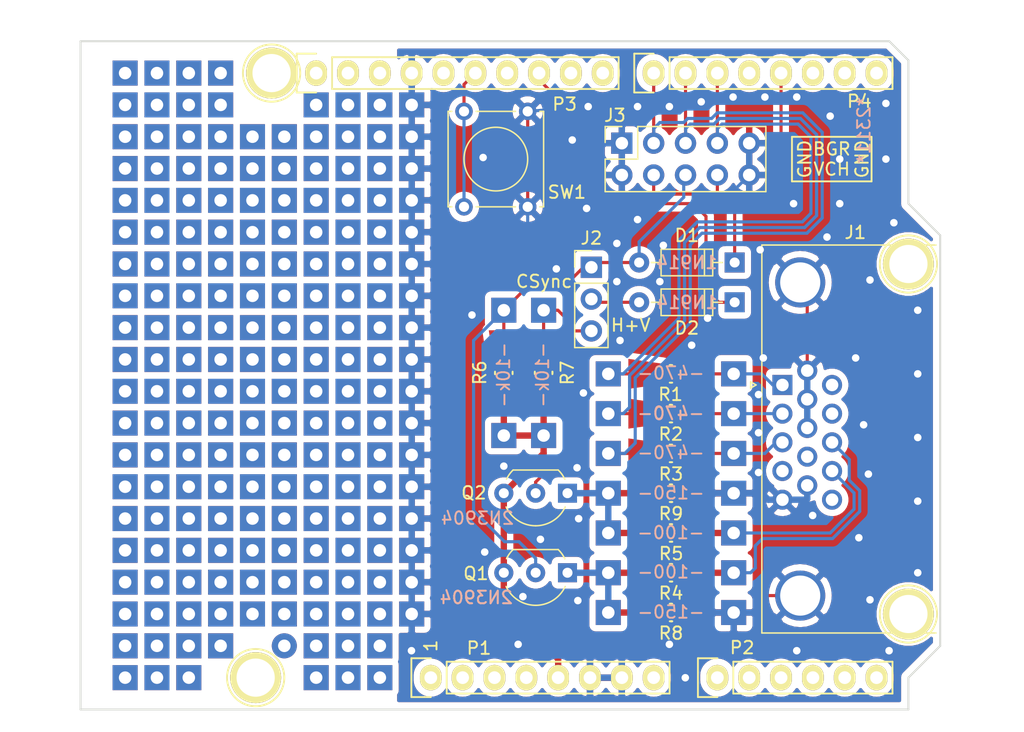
<source format=kicad_pcb>
(kicad_pcb (version 20171130) (host pcbnew "(5.1.6)-1")
  (title_block (date "lun. 30 mars 2015"))
  (layers (0 F.Cu signal) (31 B.Cu signal) (34 B.Paste user) (35 F.Paste user) (36 B.SilkS user) (37 F.SilkS user) (38 B.Mask user) (39 F.Mask user) (44 Edge.Cuts user))
  (net 0 "")
  (net 1 /IOREF)
  (net 2 /Reset)
  (net 3 +5V)
  (net 4 GND)
  (net 5 /Vin)
  (net 6 /A0)
  (net 7 /A1)
  (net 8 /A2)
  (net 9 /A3)
  (net 10 /AREF)
  (net 11 "/A4(SDA)")
  (net 12 "/A5(SCL)")
  (net 13 "/9(**)")
  (net 14 /8)
  (net 15 /4)
  (net 16 /2)
  (net 17 "/1(Tx)")
  (net 18 "/0(Rx)")
  (net 19 "Net-(P5-Pad1)")
  (net 20 "Net-(P6-Pad1)")
  (net 21 "Net-(P7-Pad1)")
  (net 22 "Net-(P8-Pad1)")
  (net 23 "/13(SCK)")
  (net 24 "Net-(P1-Pad1)")
  (net 25 +3V3)
  (net 26 "/11(**/MOSI)")
  (net 27 Hsync)
  (net 28 Vsync)
  (net 29 "Net-(D2-Pad2)")
  (net 30 "Net-(J1-Pad15)")
  (net 31 "Net-(J1-Pad14)")
  (net 32 "Net-(J1-Pad13)")
  (net 33 "Net-(J1-Pad12)")
  (net 34 "Net-(J1-Pad11)")
  (net 35 "Net-(J1-Pad9)")
  (net 36 "Net-(J1-Pad4)")
  (net 37 "Net-(J1-Pad3)")
  (net 38 "Net-(J1-Pad2)")
  (net 39 "Net-(J1-Pad1)")
  (net 40 "Net-(J2-Pad3)")
  (net 41 Red)
  (net 42 Green)
  (net 43 H)
  (net 44 Blue)
  (net 45 "Net-(P2-Pad5)")
  (net 46 "Net-(P2-Pad6)")
  (net 47 Switch)
  (net 48 V)
  (net 49 C)
  (module 15khzvgatester:Measurement_Point_Square-TH_Medium (layer F.Cu) (at 122.174 121.285)
    (fp_text reference REF** hide)
    (fp_text value Measurement_Point_Square-TH_Medium hide)
    (pad "" thru_hole rect (at 0 0) (size 2 2) (drill 1) (layers *.Cu *.Mask))
  )
  (module 15khzvgatester:Measurement_Point_Square-TH_Medium (layer F.Cu) (at 127.254 121.285)
    (fp_text reference REF** hide)
    (fp_text value Measurement_Point_Square-TH_Medium hide)
    (pad "" thru_hole circle (at 0 0) (size 2 2) (drill 1) (layers *.Cu *.Mask))
  )
  (module 15khzvgatester:Measurement_Point_Square-TH_Medium (layer F.Cu) (at 114.554 93.345)
    (fp_text reference REF** hide)
    (fp_text value Measurement_Point_Square-TH_Medium hide)
    (pad "" thru_hole rect (at 0 0) (size 2 2) (drill 1) (layers *.Cu *.Mask))
  )
  (module 15khzvgatester:Measurement_Point_Square-TH_Medium (layer F.Cu) (at 117.094 93.345)
    (fp_text reference REF** hide)
    (fp_text value Measurement_Point_Square-TH_Medium hide)
    (pad "" thru_hole rect (at 0 0) (size 2 2) (drill 1) (layers *.Cu *.Mask))
  )
  (module 15khzvgatester:Measurement_Point_Square-TH_Medium (layer F.Cu) (at 119.634 93.345)
    (fp_text reference REF** hide)
    (fp_text value Measurement_Point_Square-TH_Medium hide)
    (pad "" thru_hole rect (at 0 0) (size 2 2) (drill 1) (layers *.Cu *.Mask))
  )
  (module 15khzvgatester:Measurement_Point_Square-TH_Medium (layer F.Cu) (at 119.634 90.805)
    (fp_text reference REF** hide)
    (fp_text value Measurement_Point_Square-TH_Medium hide)
    (pad "" thru_hole rect (at 0 0) (size 2 2) (drill 1) (layers *.Cu *.Mask))
  )
  (module 15khzvgatester:Measurement_Point_Square-TH_Medium (layer F.Cu) (at 117.094 90.805)
    (fp_text reference REF** hide)
    (fp_text value Measurement_Point_Square-TH_Medium hide)
    (pad "" thru_hole rect (at 0 0) (size 2 2) (drill 1) (layers *.Cu *.Mask))
  )
  (module 15khzvgatester:Measurement_Point_Square-TH_Medium (layer F.Cu) (at 114.554 90.805)
    (fp_text reference REF** hide)
    (fp_text value Measurement_Point_Square-TH_Medium hide)
    (pad "" thru_hole rect (at 0 0) (size 2 2) (drill 1) (layers *.Cu *.Mask))
  )
  (module 15khzvgatester:Measurement_Point_Square-TH_Medium (layer F.Cu) (at 114.554 88.265)
    (fp_text reference REF** hide)
    (fp_text value Measurement_Point_Square-TH_Medium hide)
    (pad "" thru_hole rect (at 0 0) (size 2 2) (drill 1) (layers *.Cu *.Mask))
  )
  (module 15khzvgatester:Measurement_Point_Square-TH_Medium (layer F.Cu) (at 117.094 88.265)
    (fp_text reference REF** hide)
    (fp_text value Measurement_Point_Square-TH_Medium hide)
    (pad "" thru_hole rect (at 0 0) (size 2 2) (drill 1) (layers *.Cu *.Mask))
  )
  (module 15khzvgatester:Measurement_Point_Square-TH_Medium (layer F.Cu) (at 119.634 88.265)
    (fp_text reference REF** hide)
    (fp_text value Measurement_Point_Square-TH_Medium hide)
    (pad "" thru_hole rect (at 0 0) (size 2 2) (drill 1) (layers *.Cu *.Mask))
  )
  (module 15khzvgatester:Measurement_Point_Square-TH_Medium (layer F.Cu) (at 119.634 85.725)
    (fp_text reference REF** hide)
    (fp_text value Measurement_Point_Square-TH_Medium hide)
    (pad "" thru_hole rect (at 0 0) (size 2 2) (drill 1) (layers *.Cu *.Mask))
  )
  (module 15khzvgatester:Measurement_Point_Square-TH_Medium (layer F.Cu) (at 117.094 85.725)
    (fp_text reference REF** hide)
    (fp_text value Measurement_Point_Square-TH_Medium hide)
    (pad "" thru_hole rect (at 0 0) (size 2 2) (drill 1) (layers *.Cu *.Mask))
  )
  (module 15khzvgatester:Measurement_Point_Square-TH_Medium (layer F.Cu) (at 114.554 85.725)
    (fp_text reference REF** hide)
    (fp_text value Measurement_Point_Square-TH_Medium hide)
    (pad "" thru_hole rect (at 0 0) (size 2 2) (drill 1) (layers *.Cu *.Mask))
  )
  (module 15khzvgatester:Measurement_Point_Square-TH_Medium (layer F.Cu) (at 114.554 83.185)
    (fp_text reference REF** hide)
    (fp_text value Measurement_Point_Square-TH_Medium hide)
    (pad "" thru_hole rect (at 0 0) (size 2 2) (drill 1) (layers *.Cu *.Mask))
  )
  (module 15khzvgatester:Measurement_Point_Square-TH_Medium (layer F.Cu) (at 117.094 83.185)
    (fp_text reference REF** hide)
    (fp_text value Measurement_Point_Square-TH_Medium hide)
    (pad "" thru_hole rect (at 0 0) (size 2 2) (drill 1) (layers *.Cu *.Mask))
  )
  (module 15khzvgatester:Measurement_Point_Square-TH_Medium (layer F.Cu) (at 119.634 83.185)
    (fp_text reference REF** hide)
    (fp_text value Measurement_Point_Square-TH_Medium hide)
    (pad "" thru_hole rect (at 0 0) (size 2 2) (drill 1) (layers *.Cu *.Mask))
  )
  (module 15khzvgatester:Measurement_Point_Square-TH_Medium (layer F.Cu) (at 114.554 116.205)
    (fp_text reference REF** hide)
    (fp_text value Measurement_Point_Square-TH_Medium hide)
    (pad "" thru_hole rect (at 0 0) (size 2 2) (drill 1) (layers *.Cu *.Mask))
  )
  (module 15khzvgatester:Measurement_Point_Square-TH_Medium (layer F.Cu) (at 117.094 116.205)
    (fp_text reference REF** hide)
    (fp_text value Measurement_Point_Square-TH_Medium hide)
    (pad "" thru_hole rect (at 0 0) (size 2 2) (drill 1) (layers *.Cu *.Mask))
  )
  (module 15khzvgatester:Measurement_Point_Square-TH_Medium (layer F.Cu) (at 119.634 116.205)
    (fp_text reference REF** hide)
    (fp_text value Measurement_Point_Square-TH_Medium hide)
    (pad "" thru_hole rect (at 0 0) (size 2 2) (drill 1) (layers *.Cu *.Mask))
  )
  (module 15khzvgatester:Measurement_Point_Square-TH_Medium (layer F.Cu) (at 119.634 118.745)
    (fp_text reference REF** hide)
    (fp_text value Measurement_Point_Square-TH_Medium hide)
    (pad "" thru_hole rect (at 0 0) (size 2 2) (drill 1) (layers *.Cu *.Mask))
  )
  (module 15khzvgatester:Measurement_Point_Square-TH_Medium (layer F.Cu) (at 117.094 118.745)
    (fp_text reference REF** hide)
    (fp_text value Measurement_Point_Square-TH_Medium hide)
    (pad "" thru_hole rect (at 0 0) (size 2 2) (drill 1) (layers *.Cu *.Mask))
  )
  (module 15khzvgatester:Measurement_Point_Square-TH_Medium (layer F.Cu) (at 114.554 118.745)
    (fp_text reference REF** hide)
    (fp_text value Measurement_Point_Square-TH_Medium hide)
    (pad "" thru_hole rect (at 0 0) (size 2 2) (drill 1) (layers *.Cu *.Mask))
  )
  (module 15khzvgatester:Measurement_Point_Square-TH_Medium (layer F.Cu) (at 117.094 121.285)
    (fp_text reference REF** hide)
    (fp_text value Measurement_Point_Square-TH_Medium hide)
    (pad "" thru_hole rect (at 0 0) (size 2 2) (drill 1) (layers *.Cu *.Mask))
  )
  (module 15khzvgatester:Measurement_Point_Square-TH_Medium (layer F.Cu) (at 114.554 121.285)
    (fp_text reference REF** hide)
    (fp_text value Measurement_Point_Square-TH_Medium hide)
    (pad "" thru_hole rect (at 0 0) (size 2 2) (drill 1) (layers *.Cu *.Mask))
  )
  (module 15khzvgatester:Measurement_Point_Square-TH_Medium (layer F.Cu) (at 114.554 123.825)
    (fp_text reference REF** hide)
    (fp_text value Measurement_Point_Square-TH_Medium hide)
    (pad "" thru_hole rect (at 0 0) (size 2 2) (drill 1) (layers *.Cu *.Mask))
  )
  (module 15khzvgatester:Measurement_Point_Square-TH_Medium (layer F.Cu) (at 117.094 123.825)
    (fp_text reference REF** hide)
    (fp_text value Measurement_Point_Square-TH_Medium hide)
    (pad "" thru_hole rect (at 0 0) (size 2 2) (drill 1) (layers *.Cu *.Mask))
  )
  (module 15khzvgatester:Measurement_Point_Square-TH_Medium (layer F.Cu) (at 119.634 123.825)
    (fp_text reference REF** hide)
    (fp_text value Measurement_Point_Square-TH_Medium hide)
    (pad "" thru_hole rect (at 0 0) (size 2 2) (drill 1) (layers *.Cu *.Mask))
  )
  (module 15khzvgatester:Measurement_Point_Square-TH_Medium (layer F.Cu) (at 119.634 121.285)
    (fp_text reference REF** hide)
    (fp_text value Measurement_Point_Square-TH_Medium hide)
    (pad "" thru_hole rect (at 0 0) (size 2 2) (drill 1) (layers *.Cu *.Mask))
  )
  (module 15khzvgatester:Measurement_Point_Square-TH_Medium (layer F.Cu) (at 122.174 118.745)
    (fp_text reference REF** hide)
    (fp_text value Measurement_Point_Square-TH_Medium hide)
    (pad "" thru_hole rect (at 0 0) (size 2 2) (drill 1) (layers *.Cu *.Mask))
  )
  (module 15khzvgatester:Measurement_Point_Square-TH_Medium (layer F.Cu) (at 122.174 116.205)
    (fp_text reference REF** hide)
    (fp_text value Measurement_Point_Square-TH_Medium hide)
    (pad "" thru_hole rect (at 0 0) (size 2 2) (drill 1) (layers *.Cu *.Mask))
  )
  (module 15khzvgatester:Measurement_Point_Square-TH_Medium (layer F.Cu) (at 122.174 113.665)
    (fp_text reference REF** hide)
    (fp_text value Measurement_Point_Square-TH_Medium hide)
    (pad "" thru_hole rect (at 0 0) (size 2 2) (drill 1) (layers *.Cu *.Mask))
  )
  (module 15khzvgatester:Measurement_Point_Square-TH_Medium (layer F.Cu) (at 119.634 113.665)
    (fp_text reference REF** hide)
    (fp_text value Measurement_Point_Square-TH_Medium hide)
    (pad "" thru_hole rect (at 0 0) (size 2 2) (drill 1) (layers *.Cu *.Mask))
  )
  (module 15khzvgatester:Measurement_Point_Square-TH_Medium (layer F.Cu) (at 117.094 113.665)
    (fp_text reference REF** hide)
    (fp_text value Measurement_Point_Square-TH_Medium hide)
    (pad "" thru_hole rect (at 0 0) (size 2 2) (drill 1) (layers *.Cu *.Mask))
  )
  (module 15khzvgatester:Measurement_Point_Square-TH_Medium (layer F.Cu) (at 114.554 113.665)
    (fp_text reference REF** hide)
    (fp_text value Measurement_Point_Square-TH_Medium hide)
    (pad "" thru_hole rect (at 0 0) (size 2 2) (drill 1) (layers *.Cu *.Mask))
  )
  (module 15khzvgatester:Measurement_Point_Square-TH_Medium (layer F.Cu) (at 122.174 83.185)
    (fp_text reference REF** hide)
    (fp_text value Measurement_Point_Square-TH_Medium hide)
    (pad "" thru_hole rect (at 0 0) (size 2 2) (drill 1) (layers *.Cu *.Mask))
  )
  (module 15khzvgatester:Measurement_Point_Square-TH_Medium (layer F.Cu) (at 122.174 85.725)
    (fp_text reference REF** hide)
    (fp_text value Measurement_Point_Square-TH_Medium hide)
    (pad "" thru_hole rect (at 0 0) (size 2 2) (drill 1) (layers *.Cu *.Mask))
  )
  (module 15khzvgatester:Measurement_Point_Square-TH_Medium (layer F.Cu) (at 122.174 88.265)
    (fp_text reference REF** hide)
    (fp_text value Measurement_Point_Square-TH_Medium hide)
    (pad "" thru_hole rect (at 0 0) (size 2 2) (drill 1) (layers *.Cu *.Mask))
  )
  (module 15khzvgatester:Measurement_Point_Square-TH_Medium (layer F.Cu) (at 122.174 90.805)
    (fp_text reference REF** hide)
    (fp_text value Measurement_Point_Square-TH_Medium hide)
    (pad "" thru_hole rect (at 0 0) (size 2 2) (drill 1) (layers *.Cu *.Mask))
  )
  (module 15khzvgatester:Measurement_Point_Square-TH_Medium (layer F.Cu) (at 122.174 93.345)
    (fp_text reference REF** hide)
    (fp_text value Measurement_Point_Square-TH_Medium hide)
    (pad "" thru_hole rect (at 0 0) (size 2 2) (drill 1) (layers *.Cu *.Mask))
  )
  (module 15khzvgatester:Measurement_Point_Square-TH_Medium (layer F.Cu) (at 122.174 95.885)
    (fp_text reference REF** hide)
    (fp_text value Measurement_Point_Square-TH_Medium hide)
    (pad "" thru_hole rect (at 0 0) (size 2 2) (drill 1) (layers *.Cu *.Mask))
  )
  (module 15khzvgatester:Measurement_Point_Square-TH_Medium (layer F.Cu) (at 119.634 95.885)
    (fp_text reference REF** hide)
    (fp_text value Measurement_Point_Square-TH_Medium hide)
    (pad "" thru_hole rect (at 0 0) (size 2 2) (drill 1) (layers *.Cu *.Mask))
  )
  (module 15khzvgatester:Measurement_Point_Square-TH_Medium (layer F.Cu) (at 117.094 95.885)
    (fp_text reference REF** hide)
    (fp_text value Measurement_Point_Square-TH_Medium hide)
    (pad "" thru_hole rect (at 0 0) (size 2 2) (drill 1) (layers *.Cu *.Mask))
  )
  (module 15khzvgatester:Measurement_Point_Square-TH_Medium (layer F.Cu) (at 114.554 95.885)
    (fp_text reference REF** hide)
    (fp_text value Measurement_Point_Square-TH_Medium hide)
    (pad "" thru_hole rect (at 0 0) (size 2 2) (drill 1) (layers *.Cu *.Mask))
  )
  (module 15khzvgatester:Measurement_Point_Square-TH_Medium (layer F.Cu) (at 122.174 80.645)
    (fp_text reference REF** hide)
    (fp_text value Measurement_Point_Square-TH_Medium hide)
    (pad "" thru_hole rect (at 0 0) (size 2 2) (drill 1) (layers *.Cu *.Mask))
  )
  (module 15khzvgatester:Measurement_Point_Square-TH_Medium (layer F.Cu) (at 119.634 80.645)
    (fp_text reference REF** hide)
    (fp_text value Measurement_Point_Square-TH_Medium hide)
    (pad "" thru_hole rect (at 0 0) (size 2 2) (drill 1) (layers *.Cu *.Mask))
  )
  (module 15khzvgatester:Measurement_Point_Square-TH_Medium (layer F.Cu) (at 117.094 80.645)
    (fp_text reference REF** hide)
    (fp_text value Measurement_Point_Square-TH_Medium hide)
    (pad "" thru_hole rect (at 0 0) (size 2 2) (drill 1) (layers *.Cu *.Mask))
  )
  (module 15khzvgatester:Measurement_Point_Square-TH_Medium (layer F.Cu) (at 114.554 80.645)
    (fp_text reference REF** hide)
    (fp_text value Measurement_Point_Square-TH_Medium hide)
    (pad "" thru_hole rect (at 0 0) (size 2 2) (drill 1) (layers *.Cu *.Mask))
  )
  (module 15khzvgatester:Measurement_Point_Square-TH_Medium (layer F.Cu) (at 124.714 113.665)
    (fp_text reference REF** hide)
    (fp_text value Measurement_Point_Square-TH_Medium hide)
    (pad "" thru_hole rect (at 0 0) (size 2 2) (drill 1) (layers *.Cu *.Mask))
  )
  (module 15khzvgatester:Measurement_Point_Square-TH_Medium (layer F.Cu) (at 124.714 116.205)
    (fp_text reference REF** hide)
    (fp_text value Measurement_Point_Square-TH_Medium hide)
    (pad "" thru_hole rect (at 0 0) (size 2 2) (drill 1) (layers *.Cu *.Mask))
  )
  (module 15khzvgatester:Measurement_Point_Square-TH_Medium (layer F.Cu) (at 124.714 118.745)
    (fp_text reference REF** hide)
    (fp_text value Measurement_Point_Square-TH_Medium hide)
    (pad "" thru_hole rect (at 0 0) (size 2 2) (drill 1) (layers *.Cu *.Mask))
  )
  (module 15khzvgatester:Measurement_Point_Square-TH_Medium (layer F.Cu) (at 127.254 118.745)
    (fp_text reference REF** hide)
    (fp_text value Measurement_Point_Square-TH_Medium hide)
    (pad "" thru_hole rect (at 0 0) (size 2 2) (drill 1) (layers *.Cu *.Mask))
  )
  (module 15khzvgatester:Measurement_Point_Square-TH_Medium (layer F.Cu) (at 134.874 123.825)
    (fp_text reference REF** hide)
    (fp_text value Measurement_Point_Square-TH_Medium hide)
    (pad "" thru_hole rect (at 0 0) (size 2 2) (drill 1) (layers *.Cu *.Mask))
  )
  (module 15khzvgatester:Measurement_Point_Square-TH_Medium (layer F.Cu) (at 132.334 123.825)
    (fp_text reference REF** hide)
    (fp_text value Measurement_Point_Square-TH_Medium hide)
    (pad "" thru_hole rect (at 0 0) (size 2 2) (drill 1) (layers *.Cu *.Mask))
  )
  (module 15khzvgatester:Measurement_Point_Square-TH_Medium (layer F.Cu) (at 129.794 123.825)
    (fp_text reference REF** hide)
    (fp_text value Measurement_Point_Square-TH_Medium hide)
    (pad "" thru_hole rect (at 0 0) (size 2 2) (drill 1) (layers *.Cu *.Mask))
  )
  (module 15khzvgatester:Measurement_Point_Square-TH_Medium (layer F.Cu) (at 134.874 118.745)
    (fp_text reference REF** hide)
    (fp_text value Measurement_Point_Square-TH_Medium hide)
    (pad "" thru_hole rect (at 0 0) (size 2 2) (drill 1) (layers *.Cu *.Mask))
  )
  (module 15khzvgatester:Measurement_Point_Square-TH_Medium (layer F.Cu) (at 114.554 111.125)
    (fp_text reference REF** hide)
    (fp_text value Measurement_Point_Square-TH_Medium hide)
    (pad "" thru_hole rect (at 0 0) (size 2 2) (drill 1) (layers *.Cu *.Mask))
  )
  (module 15khzvgatester:Measurement_Point_Square-TH_Medium (layer F.Cu) (at 114.554 108.585)
    (fp_text reference REF** hide)
    (fp_text value Measurement_Point_Square-TH_Medium hide)
    (pad "" thru_hole rect (at 0 0) (size 2 2) (drill 1) (layers *.Cu *.Mask))
  )
  (module 15khzvgatester:Measurement_Point_Square-TH_Medium (layer F.Cu) (at 114.554 106.045)
    (fp_text reference REF** hide)
    (fp_text value Measurement_Point_Square-TH_Medium hide)
    (pad "" thru_hole rect (at 0 0) (size 2 2) (drill 1) (layers *.Cu *.Mask))
  )
  (module 15khzvgatester:Measurement_Point_Square-TH_Medium (layer F.Cu) (at 114.554 103.505)
    (fp_text reference REF** hide)
    (fp_text value Measurement_Point_Square-TH_Medium hide)
    (pad "" thru_hole rect (at 0 0) (size 2 2) (drill 1) (layers *.Cu *.Mask))
  )
  (module 15khzvgatester:Measurement_Point_Square-TH_Medium (layer F.Cu) (at 114.554 100.965)
    (fp_text reference REF** hide)
    (fp_text value Measurement_Point_Square-TH_Medium hide)
    (pad "" thru_hole rect (at 0 0) (size 2 2) (drill 1) (layers *.Cu *.Mask))
  )
  (module 15khzvgatester:Measurement_Point_Square-TH_Medium (layer F.Cu) (at 114.554 98.425)
    (fp_text reference REF** hide)
    (fp_text value Measurement_Point_Square-TH_Medium hide)
    (pad "" thru_hole rect (at 0 0) (size 2 2) (drill 1) (layers *.Cu *.Mask))
  )
  (module 15khzvgatester:Measurement_Point_Square-TH_Medium (layer F.Cu) (at 124.714 95.885)
    (fp_text reference REF** hide)
    (fp_text value Measurement_Point_Square-TH_Medium hide)
    (pad "" thru_hole rect (at 0 0) (size 2 2) (drill 1) (layers *.Cu *.Mask))
  )
  (module 15khzvgatester:Measurement_Point_Square-TH_Medium (layer F.Cu) (at 124.714 93.345)
    (fp_text reference REF** hide)
    (fp_text value Measurement_Point_Square-TH_Medium hide)
    (pad "" thru_hole rect (at 0 0) (size 2 2) (drill 1) (layers *.Cu *.Mask))
  )
  (module 15khzvgatester:Measurement_Point_Square-TH_Medium (layer F.Cu) (at 124.714 90.805)
    (fp_text reference REF** hide)
    (fp_text value Measurement_Point_Square-TH_Medium hide)
    (pad "" thru_hole rect (at 0 0) (size 2 2) (drill 1) (layers *.Cu *.Mask))
  )
  (module 15khzvgatester:Measurement_Point_Square-TH_Medium (layer F.Cu) (at 124.714 88.265)
    (fp_text reference REF** hide)
    (fp_text value Measurement_Point_Square-TH_Medium hide)
    (pad "" thru_hole rect (at 0 0) (size 2 2) (drill 1) (layers *.Cu *.Mask))
  )
  (module 15khzvgatester:Measurement_Point_Square-TH_Medium (layer F.Cu) (at 124.714 85.725)
    (fp_text reference REF** hide)
    (fp_text value Measurement_Point_Square-TH_Medium hide)
    (pad "" thru_hole rect (at 0 0) (size 2 2) (drill 1) (layers *.Cu *.Mask))
  )
  (module 15khzvgatester:Measurement_Point_Square-TH_Medium (layer F.Cu) (at 124.714 83.185)
    (fp_text reference REF** hide)
    (fp_text value Measurement_Point_Square-TH_Medium hide)
    (pad "" thru_hole rect (at 0 0) (size 2 2) (drill 1) (layers *.Cu *.Mask))
  )
  (module 15khzvgatester:Measurement_Point_Square-TH_Medium (layer F.Cu) (at 124.714 80.645)
    (fp_text reference REF** hide)
    (fp_text value Measurement_Point_Square-TH_Medium hide)
    (pad "" thru_hole rect (at 0 0) (size 2 2) (drill 1) (layers *.Cu *.Mask))
  )
  (module 15khzvgatester:Measurement_Point_Square-TH_Medium (layer F.Cu) (at 127.254 80.645)
    (fp_text reference REF** hide)
    (fp_text value Measurement_Point_Square-TH_Medium hide)
    (pad "" thru_hole rect (at 0 0) (size 2 2) (drill 1) (layers *.Cu *.Mask))
  )
  (module 15khzvgatester:Measurement_Point_Square-TH_Medium (layer F.Cu) (at 117.094 78.105)
    (fp_text reference REF** hide)
    (fp_text value Measurement_Point_Square-TH_Medium hide)
    (pad "" thru_hole rect (at 0 0) (size 2 2) (drill 1) (layers *.Cu *.Mask))
  )
  (module 15khzvgatester:Measurement_Point_Square-TH_Medium (layer F.Cu) (at 114.554 78.105)
    (fp_text reference REF** hide)
    (fp_text value Measurement_Point_Square-TH_Medium hide)
    (pad "" thru_hole rect (at 0 0) (size 2 2) (drill 1) (layers *.Cu *.Mask))
  )
  (module 15khzvgatester:Measurement_Point_Square-TH_Medium (layer F.Cu) (at 117.094 75.565)
    (fp_text reference REF** hide)
    (fp_text value Measurement_Point_Square-TH_Medium hide)
    (pad "" thru_hole rect (at 0 0) (size 2 2) (drill 1) (layers *.Cu *.Mask))
  )
  (module 15khzvgatester:Measurement_Point_Square-TH_Medium (layer F.Cu) (at 114.554 75.565)
    (fp_text reference REF** hide)
    (fp_text value Measurement_Point_Square-TH_Medium hide)
    (pad "" thru_hole rect (at 0 0) (size 2 2) (drill 1) (layers *.Cu *.Mask))
  )
  (module 15khzvgatester:Measurement_Point_Square-TH_Medium (layer F.Cu) (at 122.174 78.105)
    (fp_text reference REF** hide)
    (fp_text value Measurement_Point_Square-TH_Medium hide)
    (pad "" thru_hole rect (at 0 0) (size 2 2) (drill 1) (layers *.Cu *.Mask))
  )
  (module 15khzvgatester:Measurement_Point_Square-TH_Medium (layer F.Cu) (at 119.634 78.105)
    (fp_text reference REF** hide)
    (fp_text value Measurement_Point_Square-TH_Medium hide)
    (pad "" thru_hole rect (at 0 0) (size 2 2) (drill 1) (layers *.Cu *.Mask))
  )
  (module 15khzvgatester:Measurement_Point_Square-TH_Medium (layer F.Cu) (at 122.174 75.565)
    (fp_text reference REF** hide)
    (fp_text value Measurement_Point_Square-TH_Medium hide)
    (pad "" thru_hole rect (at 0 0) (size 2 2) (drill 1) (layers *.Cu *.Mask))
  )
  (module 15khzvgatester:Measurement_Point_Square-TH_Medium (layer F.Cu) (at 119.634 75.565)
    (fp_text reference REF** hide)
    (fp_text value Measurement_Point_Square-TH_Medium hide)
    (pad "" thru_hole rect (at 0 0) (size 2 2) (drill 1) (layers *.Cu *.Mask))
  )
  (module 15khzvgatester:Measurement_Point_Square-TH_Medium (layer F.Cu) (at 119.634 111.125)
    (fp_text reference REF** hide)
    (fp_text value Measurement_Point_Square-TH_Medium hide)
    (pad "" thru_hole rect (at 0 0) (size 2 2) (drill 1) (layers *.Cu *.Mask))
  )
  (module 15khzvgatester:Measurement_Point_Square-TH_Medium (layer F.Cu) (at 117.094 111.125)
    (fp_text reference REF** hide)
    (fp_text value Measurement_Point_Square-TH_Medium hide)
    (pad "" thru_hole rect (at 0 0) (size 2 2) (drill 1) (layers *.Cu *.Mask))
  )
  (module 15khzvgatester:Measurement_Point_Square-TH_Medium (layer F.Cu) (at 119.634 108.585)
    (fp_text reference REF** hide)
    (fp_text value Measurement_Point_Square-TH_Medium hide)
    (pad "" thru_hole rect (at 0 0) (size 2 2) (drill 1) (layers *.Cu *.Mask))
  )
  (module 15khzvgatester:Measurement_Point_Square-TH_Medium (layer F.Cu) (at 117.094 108.585)
    (fp_text reference REF** hide)
    (fp_text value Measurement_Point_Square-TH_Medium hide)
    (pad "" thru_hole rect (at 0 0) (size 2 2) (drill 1) (layers *.Cu *.Mask))
  )
  (module 15khzvgatester:Measurement_Point_Square-TH_Medium (layer F.Cu) (at 119.634 106.045)
    (fp_text reference REF** hide)
    (fp_text value Measurement_Point_Square-TH_Medium hide)
    (pad "" thru_hole rect (at 0 0) (size 2 2) (drill 1) (layers *.Cu *.Mask))
  )
  (module 15khzvgatester:Measurement_Point_Square-TH_Medium (layer F.Cu) (at 117.094 106.045)
    (fp_text reference REF** hide)
    (fp_text value Measurement_Point_Square-TH_Medium hide)
    (pad "" thru_hole rect (at 0 0) (size 2 2) (drill 1) (layers *.Cu *.Mask))
  )
  (module 15khzvgatester:Measurement_Point_Square-TH_Medium (layer F.Cu) (at 119.634 103.505)
    (fp_text reference REF** hide)
    (fp_text value Measurement_Point_Square-TH_Medium hide)
    (pad "" thru_hole rect (at 0 0) (size 2 2) (drill 1) (layers *.Cu *.Mask))
  )
  (module 15khzvgatester:Measurement_Point_Square-TH_Medium (layer F.Cu) (at 117.094 103.505)
    (fp_text reference REF** hide)
    (fp_text value Measurement_Point_Square-TH_Medium hide)
    (pad "" thru_hole rect (at 0 0) (size 2 2) (drill 1) (layers *.Cu *.Mask))
  )
  (module 15khzvgatester:Measurement_Point_Square-TH_Medium (layer F.Cu) (at 119.634 100.965)
    (fp_text reference REF** hide)
    (fp_text value Measurement_Point_Square-TH_Medium hide)
    (pad "" thru_hole rect (at 0 0) (size 2 2) (drill 1) (layers *.Cu *.Mask))
  )
  (module 15khzvgatester:Measurement_Point_Square-TH_Medium (layer F.Cu) (at 117.094 100.965)
    (fp_text reference REF** hide)
    (fp_text value Measurement_Point_Square-TH_Medium hide)
    (pad "" thru_hole rect (at 0 0) (size 2 2) (drill 1) (layers *.Cu *.Mask))
  )
  (module 15khzvgatester:Measurement_Point_Square-TH_Medium (layer F.Cu) (at 119.634 98.425)
    (fp_text reference REF** hide)
    (fp_text value Measurement_Point_Square-TH_Medium hide)
    (pad "" thru_hole rect (at 0 0) (size 2 2) (drill 1) (layers *.Cu *.Mask))
  )
  (module 15khzvgatester:Measurement_Point_Square-TH_Medium (layer F.Cu) (at 117.094 98.425)
    (fp_text reference REF** hide)
    (fp_text value Measurement_Point_Square-TH_Medium hide)
    (pad "" thru_hole rect (at 0 0) (size 2 2) (drill 1) (layers *.Cu *.Mask))
  )
  (module 15khzvgatester:Measurement_Point_Square-TH_Medium (layer F.Cu) (at 124.714 111.125)
    (fp_text reference REF** hide)
    (fp_text value Measurement_Point_Square-TH_Medium hide)
    (pad "" thru_hole rect (at 0 0) (size 2 2) (drill 1) (layers *.Cu *.Mask))
  )
  (module 15khzvgatester:Measurement_Point_Square-TH_Medium (layer F.Cu) (at 122.174 111.125)
    (fp_text reference REF** hide)
    (fp_text value Measurement_Point_Square-TH_Medium hide)
    (pad "" thru_hole rect (at 0 0) (size 2 2) (drill 1) (layers *.Cu *.Mask))
  )
  (module 15khzvgatester:Measurement_Point_Square-TH_Medium (layer F.Cu) (at 124.714 108.585)
    (fp_text reference REF** hide)
    (fp_text value Measurement_Point_Square-TH_Medium hide)
    (pad "" thru_hole rect (at 0 0) (size 2 2) (drill 1) (layers *.Cu *.Mask))
  )
  (module 15khzvgatester:Measurement_Point_Square-TH_Medium (layer F.Cu) (at 122.174 108.585)
    (fp_text reference REF** hide)
    (fp_text value Measurement_Point_Square-TH_Medium hide)
    (pad "" thru_hole rect (at 0 0) (size 2 2) (drill 1) (layers *.Cu *.Mask))
  )
  (module 15khzvgatester:Measurement_Point_Square-TH_Medium (layer F.Cu) (at 124.714 106.045)
    (fp_text reference REF** hide)
    (fp_text value Measurement_Point_Square-TH_Medium hide)
    (pad "" thru_hole rect (at 0 0) (size 2 2) (drill 1) (layers *.Cu *.Mask))
  )
  (module 15khzvgatester:Measurement_Point_Square-TH_Medium (layer F.Cu) (at 122.174 106.045)
    (fp_text reference REF** hide)
    (fp_text value Measurement_Point_Square-TH_Medium hide)
    (pad "" thru_hole rect (at 0 0) (size 2 2) (drill 1) (layers *.Cu *.Mask))
  )
  (module 15khzvgatester:Measurement_Point_Square-TH_Medium (layer F.Cu) (at 124.714 103.505)
    (fp_text reference REF** hide)
    (fp_text value Measurement_Point_Square-TH_Medium hide)
    (pad "" thru_hole rect (at 0 0) (size 2 2) (drill 1) (layers *.Cu *.Mask))
  )
  (module 15khzvgatester:Measurement_Point_Square-TH_Medium (layer F.Cu) (at 122.174 103.505)
    (fp_text reference REF** hide)
    (fp_text value Measurement_Point_Square-TH_Medium hide)
    (pad "" thru_hole rect (at 0 0) (size 2 2) (drill 1) (layers *.Cu *.Mask))
  )
  (module 15khzvgatester:Measurement_Point_Square-TH_Medium (layer F.Cu) (at 124.714 100.965)
    (fp_text reference REF** hide)
    (fp_text value Measurement_Point_Square-TH_Medium hide)
    (pad "" thru_hole rect (at 0 0) (size 2 2) (drill 1) (layers *.Cu *.Mask))
  )
  (module 15khzvgatester:Measurement_Point_Square-TH_Medium (layer F.Cu) (at 122.174 100.965)
    (fp_text reference REF** hide)
    (fp_text value Measurement_Point_Square-TH_Medium hide)
    (pad "" thru_hole rect (at 0 0) (size 2 2) (drill 1) (layers *.Cu *.Mask))
  )
  (module 15khzvgatester:Measurement_Point_Square-TH_Medium (layer F.Cu) (at 124.714 98.425)
    (fp_text reference REF** hide)
    (fp_text value Measurement_Point_Square-TH_Medium hide)
    (pad "" thru_hole rect (at 0 0) (size 2 2) (drill 1) (layers *.Cu *.Mask))
  )
  (module 15khzvgatester:Measurement_Point_Square-TH_Medium (layer F.Cu) (at 122.174 98.425)
    (fp_text reference REF** hide)
    (fp_text value Measurement_Point_Square-TH_Medium hide)
    (pad "" thru_hole rect (at 0 0) (size 2 2) (drill 1) (layers *.Cu *.Mask))
  )
  (module 15khzvgatester:Measurement_Point_Square-TH_Medium (layer F.Cu) (at 132.334 121.285)
    (fp_text reference REF** hide)
    (fp_text value Measurement_Point_Square-TH_Medium hide)
    (pad "" thru_hole rect (at 0 0) (size 2 2) (drill 1) (layers *.Cu *.Mask))
  )
  (module 15khzvgatester:Measurement_Point_Square-TH_Medium (layer F.Cu) (at 129.794 121.285)
    (fp_text reference REF** hide)
    (fp_text value Measurement_Point_Square-TH_Medium hide)
    (pad "" thru_hole rect (at 0 0) (size 2 2) (drill 1) (layers *.Cu *.Mask))
  )
  (module 15khzvgatester:Measurement_Point_Square-TH_Medium (layer F.Cu) (at 132.334 118.745)
    (fp_text reference REF** hide)
    (fp_text value Measurement_Point_Square-TH_Medium hide)
    (pad "" thru_hole rect (at 0 0) (size 2 2) (drill 1) (layers *.Cu *.Mask))
  )
  (module 15khzvgatester:Measurement_Point_Square-TH_Medium (layer F.Cu) (at 129.794 118.745)
    (fp_text reference REF** hide)
    (fp_text value Measurement_Point_Square-TH_Medium hide)
    (pad "" thru_hole rect (at 0 0) (size 2 2) (drill 1) (layers *.Cu *.Mask))
  )
  (module 15khzvgatester:Measurement_Point_Square-TH_Medium (layer F.Cu) (at 129.794 116.205)
    (fp_text reference REF** hide)
    (fp_text value Measurement_Point_Square-TH_Medium hide)
    (pad "" thru_hole rect (at 0 0) (size 2 2) (drill 1) (layers *.Cu *.Mask))
  )
  (module 15khzvgatester:Measurement_Point_Square-TH_Medium (layer F.Cu) (at 127.254 116.205)
    (fp_text reference REF** hide)
    (fp_text value Measurement_Point_Square-TH_Medium hide)
    (pad "" thru_hole rect (at 0 0) (size 2 2) (drill 1) (layers *.Cu *.Mask))
  )
  (module 15khzvgatester:Measurement_Point_Square-TH_Medium (layer F.Cu) (at 129.794 113.665)
    (fp_text reference REF** hide)
    (fp_text value Measurement_Point_Square-TH_Medium hide)
    (pad "" thru_hole rect (at 0 0) (size 2 2) (drill 1) (layers *.Cu *.Mask))
  )
  (module 15khzvgatester:Measurement_Point_Square-TH_Medium (layer F.Cu) (at 127.254 113.665)
    (fp_text reference REF** hide)
    (fp_text value Measurement_Point_Square-TH_Medium hide)
    (pad "" thru_hole rect (at 0 0) (size 2 2) (drill 1) (layers *.Cu *.Mask))
  )
  (module 15khzvgatester:Measurement_Point_Square-TH_Medium (layer F.Cu) (at 129.794 111.125)
    (fp_text reference REF** hide)
    (fp_text value Measurement_Point_Square-TH_Medium hide)
    (pad "" thru_hole rect (at 0 0) (size 2 2) (drill 1) (layers *.Cu *.Mask))
  )
  (module 15khzvgatester:Measurement_Point_Square-TH_Medium (layer F.Cu) (at 127.254 111.125)
    (fp_text reference REF** hide)
    (fp_text value Measurement_Point_Square-TH_Medium hide)
    (pad "" thru_hole rect (at 0 0) (size 2 2) (drill 1) (layers *.Cu *.Mask))
  )
  (module 15khzvgatester:Measurement_Point_Square-TH_Medium (layer F.Cu) (at 129.794 108.585)
    (fp_text reference REF** hide)
    (fp_text value Measurement_Point_Square-TH_Medium hide)
    (pad "" thru_hole rect (at 0 0) (size 2 2) (drill 1) (layers *.Cu *.Mask))
  )
  (module 15khzvgatester:Measurement_Point_Square-TH_Medium (layer F.Cu) (at 127.254 108.585)
    (fp_text reference REF** hide)
    (fp_text value Measurement_Point_Square-TH_Medium hide)
    (pad "" thru_hole rect (at 0 0) (size 2 2) (drill 1) (layers *.Cu *.Mask))
  )
  (module 15khzvgatester:Measurement_Point_Square-TH_Medium (layer F.Cu) (at 129.794 106.045)
    (fp_text reference REF** hide)
    (fp_text value Measurement_Point_Square-TH_Medium hide)
    (pad "" thru_hole rect (at 0 0) (size 2 2) (drill 1) (layers *.Cu *.Mask))
  )
  (module 15khzvgatester:Measurement_Point_Square-TH_Medium (layer F.Cu) (at 127.254 106.045)
    (fp_text reference REF** hide)
    (fp_text value Measurement_Point_Square-TH_Medium hide)
    (pad "" thru_hole rect (at 0 0) (size 2 2) (drill 1) (layers *.Cu *.Mask))
  )
  (module 15khzvgatester:Measurement_Point_Square-TH_Medium (layer F.Cu) (at 129.794 103.505)
    (fp_text reference REF** hide)
    (fp_text value Measurement_Point_Square-TH_Medium hide)
    (pad "" thru_hole rect (at 0 0) (size 2 2) (drill 1) (layers *.Cu *.Mask))
  )
  (module 15khzvgatester:Measurement_Point_Square-TH_Medium (layer F.Cu) (at 127.254 103.505)
    (fp_text reference REF** hide)
    (fp_text value Measurement_Point_Square-TH_Medium hide)
    (pad "" thru_hole rect (at 0 0) (size 2 2) (drill 1) (layers *.Cu *.Mask))
  )
  (module 15khzvgatester:Measurement_Point_Square-TH_Medium (layer F.Cu) (at 129.794 100.965)
    (fp_text reference REF** hide)
    (fp_text value Measurement_Point_Square-TH_Medium hide)
    (pad "" thru_hole rect (at 0 0) (size 2 2) (drill 1) (layers *.Cu *.Mask))
  )
  (module 15khzvgatester:Measurement_Point_Square-TH_Medium (layer F.Cu) (at 127.254 100.965)
    (fp_text reference REF** hide)
    (fp_text value Measurement_Point_Square-TH_Medium hide)
    (pad "" thru_hole rect (at 0 0) (size 2 2) (drill 1) (layers *.Cu *.Mask))
  )
  (module 15khzvgatester:Measurement_Point_Square-TH_Medium (layer F.Cu) (at 129.794 98.425)
    (fp_text reference REF** hide)
    (fp_text value Measurement_Point_Square-TH_Medium hide)
    (pad "" thru_hole rect (at 0 0) (size 2 2) (drill 1) (layers *.Cu *.Mask))
  )
  (module 15khzvgatester:Measurement_Point_Square-TH_Medium (layer F.Cu) (at 127.254 98.425)
    (fp_text reference REF** hide)
    (fp_text value Measurement_Point_Square-TH_Medium hide)
    (pad "" thru_hole rect (at 0 0) (size 2 2) (drill 1) (layers *.Cu *.Mask))
  )
  (module 15khzvgatester:Measurement_Point_Square-TH_Medium (layer F.Cu) (at 129.794 95.885)
    (fp_text reference REF** hide)
    (fp_text value Measurement_Point_Square-TH_Medium hide)
    (pad "" thru_hole rect (at 0 0) (size 2 2) (drill 1) (layers *.Cu *.Mask))
  )
  (module 15khzvgatester:Measurement_Point_Square-TH_Medium (layer F.Cu) (at 127.254 95.885)
    (fp_text reference REF** hide)
    (fp_text value Measurement_Point_Square-TH_Medium hide)
    (pad "" thru_hole rect (at 0 0) (size 2 2) (drill 1) (layers *.Cu *.Mask))
  )
  (module 15khzvgatester:Measurement_Point_Square-TH_Medium (layer F.Cu) (at 129.794 93.345)
    (fp_text reference REF** hide)
    (fp_text value Measurement_Point_Square-TH_Medium hide)
    (pad "" thru_hole rect (at 0 0) (size 2 2) (drill 1) (layers *.Cu *.Mask))
  )
  (module 15khzvgatester:Measurement_Point_Square-TH_Medium (layer F.Cu) (at 127.254 93.345)
    (fp_text reference REF** hide)
    (fp_text value Measurement_Point_Square-TH_Medium hide)
    (pad "" thru_hole rect (at 0 0) (size 2 2) (drill 1) (layers *.Cu *.Mask))
  )
  (module 15khzvgatester:Measurement_Point_Square-TH_Medium (layer F.Cu) (at 129.794 90.805)
    (fp_text reference REF** hide)
    (fp_text value Measurement_Point_Square-TH_Medium hide)
    (pad "" thru_hole rect (at 0 0) (size 2 2) (drill 1) (layers *.Cu *.Mask))
  )
  (module 15khzvgatester:Measurement_Point_Square-TH_Medium (layer F.Cu) (at 127.254 90.805)
    (fp_text reference REF** hide)
    (fp_text value Measurement_Point_Square-TH_Medium hide)
    (pad "" thru_hole rect (at 0 0) (size 2 2) (drill 1) (layers *.Cu *.Mask))
  )
  (module 15khzvgatester:Measurement_Point_Square-TH_Medium (layer F.Cu) (at 129.794 88.265)
    (fp_text reference REF** hide)
    (fp_text value Measurement_Point_Square-TH_Medium hide)
    (pad "" thru_hole rect (at 0 0) (size 2 2) (drill 1) (layers *.Cu *.Mask))
  )
  (module 15khzvgatester:Measurement_Point_Square-TH_Medium (layer F.Cu) (at 127.254 88.265)
    (fp_text reference REF** hide)
    (fp_text value Measurement_Point_Square-TH_Medium hide)
    (pad "" thru_hole rect (at 0 0) (size 2 2) (drill 1) (layers *.Cu *.Mask))
  )
  (module 15khzvgatester:Measurement_Point_Square-TH_Medium (layer F.Cu) (at 129.794 85.725)
    (fp_text reference REF** hide)
    (fp_text value Measurement_Point_Square-TH_Medium hide)
    (pad "" thru_hole rect (at 0 0) (size 2 2) (drill 1) (layers *.Cu *.Mask))
  )
  (module 15khzvgatester:Measurement_Point_Square-TH_Medium (layer F.Cu) (at 127.254 85.725)
    (fp_text reference REF** hide)
    (fp_text value Measurement_Point_Square-TH_Medium hide)
    (pad "" thru_hole rect (at 0 0) (size 2 2) (drill 1) (layers *.Cu *.Mask))
  )
  (module 15khzvgatester:Measurement_Point_Square-TH_Medium (layer F.Cu) (at 129.794 83.185)
    (fp_text reference REF** hide)
    (fp_text value Measurement_Point_Square-TH_Medium hide)
    (pad "" thru_hole rect (at 0 0) (size 2 2) (drill 1) (layers *.Cu *.Mask))
  )
  (module 15khzvgatester:Measurement_Point_Square-TH_Medium (layer F.Cu) (at 127.254 83.185)
    (fp_text reference REF** hide)
    (fp_text value Measurement_Point_Square-TH_Medium hide)
    (pad "" thru_hole rect (at 0 0) (size 2 2) (drill 1) (layers *.Cu *.Mask))
  )
  (module 15khzvgatester:Measurement_Point_Square-TH_Medium (layer F.Cu) (at 134.874 116.205)
    (fp_text reference REF** hide)
    (fp_text value Measurement_Point_Square-TH_Medium hide)
    (pad "" thru_hole rect (at 0 0) (size 2 2) (drill 1) (layers *.Cu *.Mask))
  )
  (module 15khzvgatester:Measurement_Point_Square-TH_Medium (layer F.Cu) (at 132.334 116.205)
    (fp_text reference REF** hide)
    (fp_text value Measurement_Point_Square-TH_Medium hide)
    (pad "" thru_hole rect (at 0 0) (size 2 2) (drill 1) (layers *.Cu *.Mask))
  )
  (module 15khzvgatester:Measurement_Point_Square-TH_Medium (layer F.Cu) (at 134.874 113.665)
    (fp_text reference REF** hide)
    (fp_text value Measurement_Point_Square-TH_Medium hide)
    (pad "" thru_hole rect (at 0 0) (size 2 2) (drill 1) (layers *.Cu *.Mask))
  )
  (module 15khzvgatester:Measurement_Point_Square-TH_Medium (layer F.Cu) (at 132.334 113.665)
    (fp_text reference REF** hide)
    (fp_text value Measurement_Point_Square-TH_Medium hide)
    (pad "" thru_hole rect (at 0 0) (size 2 2) (drill 1) (layers *.Cu *.Mask))
  )
  (module 15khzvgatester:Measurement_Point_Square-TH_Medium (layer F.Cu) (at 134.874 111.125)
    (fp_text reference REF** hide)
    (fp_text value Measurement_Point_Square-TH_Medium hide)
    (pad "" thru_hole rect (at 0 0) (size 2 2) (drill 1) (layers *.Cu *.Mask))
  )
  (module 15khzvgatester:Measurement_Point_Square-TH_Medium (layer F.Cu) (at 132.334 111.125)
    (fp_text reference REF** hide)
    (fp_text value Measurement_Point_Square-TH_Medium hide)
    (pad "" thru_hole rect (at 0 0) (size 2 2) (drill 1) (layers *.Cu *.Mask))
  )
  (module 15khzvgatester:Measurement_Point_Square-TH_Medium (layer F.Cu) (at 134.874 108.585)
    (fp_text reference REF** hide)
    (fp_text value Measurement_Point_Square-TH_Medium hide)
    (pad "" thru_hole rect (at 0 0) (size 2 2) (drill 1) (layers *.Cu *.Mask))
  )
  (module 15khzvgatester:Measurement_Point_Square-TH_Medium (layer F.Cu) (at 132.334 108.585)
    (fp_text reference REF** hide)
    (fp_text value Measurement_Point_Square-TH_Medium hide)
    (pad "" thru_hole rect (at 0 0) (size 2 2) (drill 1) (layers *.Cu *.Mask))
  )
  (module 15khzvgatester:Measurement_Point_Square-TH_Medium (layer F.Cu) (at 134.874 106.045)
    (fp_text reference REF** hide)
    (fp_text value Measurement_Point_Square-TH_Medium hide)
    (pad "" thru_hole rect (at 0 0) (size 2 2) (drill 1) (layers *.Cu *.Mask))
  )
  (module 15khzvgatester:Measurement_Point_Square-TH_Medium (layer F.Cu) (at 132.334 106.045)
    (fp_text reference REF** hide)
    (fp_text value Measurement_Point_Square-TH_Medium hide)
    (pad "" thru_hole rect (at 0 0) (size 2 2) (drill 1) (layers *.Cu *.Mask))
  )
  (module 15khzvgatester:Measurement_Point_Square-TH_Medium (layer F.Cu) (at 134.874 103.505)
    (fp_text reference REF** hide)
    (fp_text value Measurement_Point_Square-TH_Medium hide)
    (pad "" thru_hole rect (at 0 0) (size 2 2) (drill 1) (layers *.Cu *.Mask))
  )
  (module 15khzvgatester:Measurement_Point_Square-TH_Medium (layer F.Cu) (at 132.334 103.505)
    (fp_text reference REF** hide)
    (fp_text value Measurement_Point_Square-TH_Medium hide)
    (pad "" thru_hole rect (at 0 0) (size 2 2) (drill 1) (layers *.Cu *.Mask))
  )
  (module 15khzvgatester:Measurement_Point_Square-TH_Medium (layer F.Cu) (at 134.874 100.965)
    (fp_text reference REF** hide)
    (fp_text value Measurement_Point_Square-TH_Medium hide)
    (pad "" thru_hole rect (at 0 0) (size 2 2) (drill 1) (layers *.Cu *.Mask))
  )
  (module 15khzvgatester:Measurement_Point_Square-TH_Medium (layer F.Cu) (at 132.334 100.965)
    (fp_text reference REF** hide)
    (fp_text value Measurement_Point_Square-TH_Medium hide)
    (pad "" thru_hole rect (at 0 0) (size 2 2) (drill 1) (layers *.Cu *.Mask))
  )
  (module 15khzvgatester:Measurement_Point_Square-TH_Medium (layer F.Cu) (at 134.874 98.425)
    (fp_text reference REF** hide)
    (fp_text value Measurement_Point_Square-TH_Medium hide)
    (pad "" thru_hole rect (at 0 0) (size 2 2) (drill 1) (layers *.Cu *.Mask))
  )
  (module 15khzvgatester:Measurement_Point_Square-TH_Medium (layer F.Cu) (at 132.334 98.425)
    (fp_text reference REF** hide)
    (fp_text value Measurement_Point_Square-TH_Medium hide)
    (pad "" thru_hole rect (at 0 0) (size 2 2) (drill 1) (layers *.Cu *.Mask))
  )
  (module 15khzvgatester:Measurement_Point_Square-TH_Medium (layer F.Cu) (at 134.874 95.885)
    (fp_text reference REF** hide)
    (fp_text value Measurement_Point_Square-TH_Medium hide)
    (pad "" thru_hole rect (at 0 0) (size 2 2) (drill 1) (layers *.Cu *.Mask))
  )
  (module 15khzvgatester:Measurement_Point_Square-TH_Medium (layer F.Cu) (at 132.334 95.885)
    (fp_text reference REF** hide)
    (fp_text value Measurement_Point_Square-TH_Medium hide)
    (pad "" thru_hole rect (at 0 0) (size 2 2) (drill 1) (layers *.Cu *.Mask))
  )
  (module 15khzvgatester:Measurement_Point_Square-TH_Medium (layer F.Cu) (at 134.874 93.345)
    (fp_text reference REF** hide)
    (fp_text value Measurement_Point_Square-TH_Medium hide)
    (pad "" thru_hole rect (at 0 0) (size 2 2) (drill 1) (layers *.Cu *.Mask))
  )
  (module 15khzvgatester:Measurement_Point_Square-TH_Medium (layer F.Cu) (at 132.334 93.345)
    (fp_text reference REF** hide)
    (fp_text value Measurement_Point_Square-TH_Medium hide)
    (pad "" thru_hole rect (at 0 0) (size 2 2) (drill 1) (layers *.Cu *.Mask))
  )
  (module 15khzvgatester:Measurement_Point_Square-TH_Medium (layer F.Cu) (at 134.874 90.805)
    (fp_text reference REF** hide)
    (fp_text value Measurement_Point_Square-TH_Medium hide)
    (pad "" thru_hole rect (at 0 0) (size 2 2) (drill 1) (layers *.Cu *.Mask))
  )
  (module 15khzvgatester:Measurement_Point_Square-TH_Medium (layer F.Cu) (at 132.334 90.805)
    (fp_text reference REF** hide)
    (fp_text value Measurement_Point_Square-TH_Medium hide)
    (pad "" thru_hole rect (at 0 0) (size 2 2) (drill 1) (layers *.Cu *.Mask))
  )
  (module 15khzvgatester:Measurement_Point_Square-TH_Medium (layer F.Cu) (at 134.874 88.265)
    (fp_text reference REF** hide)
    (fp_text value Measurement_Point_Square-TH_Medium hide)
    (pad "" thru_hole rect (at 0 0) (size 2 2) (drill 1) (layers *.Cu *.Mask))
  )
  (module 15khzvgatester:Measurement_Point_Square-TH_Medium (layer F.Cu) (at 132.334 88.265)
    (fp_text reference REF** hide)
    (fp_text value Measurement_Point_Square-TH_Medium hide)
    (pad "" thru_hole rect (at 0 0) (size 2 2) (drill 1) (layers *.Cu *.Mask))
  )
  (module 15khzvgatester:Measurement_Point_Square-TH_Medium (layer F.Cu) (at 134.874 85.725)
    (fp_text reference REF** hide)
    (fp_text value Measurement_Point_Square-TH_Medium hide)
    (pad "" thru_hole rect (at 0 0) (size 2 2) (drill 1) (layers *.Cu *.Mask))
  )
  (module 15khzvgatester:Measurement_Point_Square-TH_Medium (layer F.Cu) (at 132.334 85.725)
    (fp_text reference REF** hide)
    (fp_text value Measurement_Point_Square-TH_Medium hide)
    (pad "" thru_hole rect (at 0 0) (size 2 2) (drill 1) (layers *.Cu *.Mask))
  )
  (module 15khzvgatester:Measurement_Point_Square-TH_Medium (layer F.Cu) (at 134.874 83.185)
    (fp_text reference REF** hide)
    (fp_text value Measurement_Point_Square-TH_Medium hide)
    (pad "" thru_hole rect (at 0 0) (size 2 2) (drill 1) (layers *.Cu *.Mask))
  )
  (module 15khzvgatester:Measurement_Point_Square-TH_Medium (layer F.Cu) (at 132.334 83.185)
    (fp_text reference REF** hide)
    (fp_text value Measurement_Point_Square-TH_Medium hide)
    (pad "" thru_hole rect (at 0 0) (size 2 2) (drill 1) (layers *.Cu *.Mask))
  )
  (module 15khzvgatester:Measurement_Point_Square-TH_Medium (layer F.Cu) (at 134.874 80.645)
    (fp_text reference REF** hide)
    (fp_text value Measurement_Point_Square-TH_Medium hide)
    (pad "" thru_hole rect (at 0 0) (size 2 2) (drill 1) (layers *.Cu *.Mask))
  )
  (module 15khzvgatester:Measurement_Point_Square-TH_Medium (layer F.Cu) (at 132.334 80.645)
    (fp_text reference REF** hide)
    (fp_text value Measurement_Point_Square-TH_Medium hide)
    (pad "" thru_hole rect (at 0 0) (size 2 2) (drill 1) (layers *.Cu *.Mask))
  )
  (module 15khzvgatester:Measurement_Point_Square-TH_Medium (layer F.Cu) (at 129.794 80.645)
    (fp_text reference REF** hide)
    (fp_text value Measurement_Point_Square-TH_Medium hide)
    (pad "" thru_hole rect (at 0 0) (size 2 2) (drill 1) (layers *.Cu *.Mask))
  )
  (module 15khzvgatester:Measurement_Point_Square-TH_Medium (layer F.Cu) (at 129.794 78.105)
    (fp_text reference REF** hide)
    (fp_text value Measurement_Point_Square-TH_Medium hide)
    (pad "" thru_hole rect (at 0 0) (size 2 2) (drill 1) (layers *.Cu *.Mask))
  )
  (module 15khzvgatester:Measurement_Point_Square-TH_Medium (layer F.Cu) (at 132.334 78.105)
    (fp_text reference REF** hide)
    (fp_text value Measurement_Point_Square-TH_Medium hide)
    (pad "" thru_hole rect (at 0 0) (size 2 2) (drill 1) (layers *.Cu *.Mask))
  )
  (module 15khzvgatester:Measurement_Point_Square-TH_Medium (layer F.Cu) (at 134.874 78.105)
    (fp_text reference REF** hide)
    (fp_text value Measurement_Point_Square-TH_Medium hide)
    (pad "" thru_hole rect (at 0 0) (size 2 2) (drill 1) (layers *.Cu *.Mask))
  )
  (module 15khzvgatester:Measurement_Point_Square-TH_Medium (layer F.Cu) (at 134.874 121.285)
    (fp_text reference REF** hide)
    (fp_text value Measurement_Point_Square-TH_Medium hide)
    (pad "" thru_hole rect (at 0 0) (size 2 2) (drill 1) (layers *.Cu *.Mask))
  )
  (module 15khzvgatester:Measurement_Point_Square-TH_Medium (layer F.Cu) (at 137.414 118.745)
    (fp_text reference REF** hide)
    (fp_text value Measurement_Point_Square-TH_Medium hide)
    (pad "" thru_hole rect (at 0 0) (size 2 2) (drill 1) (layers *.Cu *.Mask) (net 4 GND))
  )
  (module 15khzvgatester:Measurement_Point_Square-TH_Medium (layer F.Cu) (at 137.414 116.205)
    (fp_text reference REF** hide)
    (fp_text value Measurement_Point_Square-TH_Medium hide)
    (pad "" thru_hole rect (at 0 0) (size 2 2) (drill 1) (layers *.Cu *.Mask) (net 4 GND))
  )
  (module 15khzvgatester:Measurement_Point_Square-TH_Medium (layer F.Cu) (at 137.414 113.665)
    (fp_text reference REF** hide)
    (fp_text value Measurement_Point_Square-TH_Medium hide)
    (pad "" thru_hole rect (at 0 0) (size 2 2) (drill 1) (layers *.Cu *.Mask) (net 4 GND))
  )
  (module 15khzvgatester:Measurement_Point_Square-TH_Medium (layer F.Cu) (at 137.414 111.125)
    (fp_text reference REF** hide)
    (fp_text value Measurement_Point_Square-TH_Medium hide)
    (pad "" thru_hole rect (at 0 0) (size 2 2) (drill 1) (layers *.Cu *.Mask) (net 4 GND))
  )
  (module 15khzvgatester:Measurement_Point_Square-TH_Medium (layer F.Cu) (at 137.414 108.585)
    (fp_text reference REF** hide)
    (fp_text value Measurement_Point_Square-TH_Medium hide)
    (pad "" thru_hole rect (at 0 0) (size 2 2) (drill 1) (layers *.Cu *.Mask) (net 4 GND))
  )
  (module 15khzvgatester:Measurement_Point_Square-TH_Medium (layer F.Cu) (at 137.414 106.045)
    (fp_text reference REF** hide)
    (fp_text value Measurement_Point_Square-TH_Medium hide)
    (pad "" thru_hole rect (at 0 0) (size 2 2) (drill 1) (layers *.Cu *.Mask) (net 4 GND))
  )
  (module 15khzvgatester:Measurement_Point_Square-TH_Medium (layer F.Cu) (at 137.414 103.505)
    (fp_text reference REF** hide)
    (fp_text value Measurement_Point_Square-TH_Medium hide)
    (pad "" thru_hole rect (at 0 0) (size 2 2) (drill 1) (layers *.Cu *.Mask) (net 4 GND))
  )
  (module 15khzvgatester:Measurement_Point_Square-TH_Medium (layer F.Cu) (at 137.414 100.965)
    (fp_text reference REF** hide)
    (fp_text value Measurement_Point_Square-TH_Medium hide)
    (pad "" thru_hole rect (at 0 0) (size 2 2) (drill 1) (layers *.Cu *.Mask) (net 4 GND))
  )
  (module 15khzvgatester:Measurement_Point_Square-TH_Medium (layer F.Cu) (at 137.414 98.425)
    (fp_text reference REF** hide)
    (fp_text value Measurement_Point_Square-TH_Medium hide)
    (pad "" thru_hole rect (at 0 0) (size 2 2) (drill 1) (layers *.Cu *.Mask) (net 4 GND))
  )
  (module 15khzvgatester:Measurement_Point_Square-TH_Medium (layer F.Cu) (at 137.414 95.885)
    (fp_text reference REF** hide)
    (fp_text value Measurement_Point_Square-TH_Medium hide)
    (pad "" thru_hole rect (at 0 0) (size 2 2) (drill 1) (layers *.Cu *.Mask) (net 4 GND))
  )
  (module 15khzvgatester:Measurement_Point_Square-TH_Medium (layer F.Cu) (at 137.414 93.345)
    (fp_text reference REF** hide)
    (fp_text value Measurement_Point_Square-TH_Medium hide)
    (pad "" thru_hole rect (at 0 0) (size 2 2) (drill 1) (layers *.Cu *.Mask) (net 4 GND))
  )
  (module 15khzvgatester:Measurement_Point_Square-TH_Medium (layer F.Cu) (at 137.414 90.805)
    (fp_text reference REF** hide)
    (fp_text value Measurement_Point_Square-TH_Medium hide)
    (pad "" thru_hole rect (at 0 0) (size 2 2) (drill 1) (layers *.Cu *.Mask) (net 4 GND))
  )
  (module 15khzvgatester:Measurement_Point_Square-TH_Medium (layer F.Cu) (at 137.414 88.265)
    (fp_text reference REF** hide)
    (fp_text value Measurement_Point_Square-TH_Medium hide)
    (pad "" thru_hole rect (at 0 0) (size 2 2) (drill 1) (layers *.Cu *.Mask) (net 4 GND))
  )
  (module 15khzvgatester:Measurement_Point_Square-TH_Medium (layer F.Cu) (at 137.414 85.725)
    (fp_text reference REF** hide)
    (fp_text value Measurement_Point_Square-TH_Medium hide)
    (pad "" thru_hole rect (at 0 0) (size 2 2) (drill 1) (layers *.Cu *.Mask) (net 4 GND))
  )
  (module 15khzvgatester:Measurement_Point_Square-TH_Medium (layer F.Cu) (at 137.414 83.185)
    (fp_text reference REF** hide)
    (fp_text value Measurement_Point_Square-TH_Medium hide)
    (pad "" thru_hole rect (at 0 0) (size 2 2) (drill 1) (layers *.Cu *.Mask) (net 4 GND))
  )
  (module 15khzvgatester:Measurement_Point_Square-TH_Medium (layer F.Cu) (at 137.414 80.645)
    (fp_text reference REF** hide)
    (fp_text value Measurement_Point_Square-TH_Medium hide)
    (pad "" thru_hole rect (at 0 0) (size 2 2) (drill 1) (layers *.Cu *.Mask) (net 4 GND))
  )
  (module 15khzvgatester:Measurement_Point_Square-TH_Medium (layer F.Cu) (at 137.414 78.105)
    (fp_text reference REF** hide)
    (fp_text value Measurement_Point_Square-TH_Medium hide)
    (pad "" thru_hole rect (at 0 0) (size 2 2) (drill 1) (layers *.Cu *.Mask) (net 4 GND))
  )
  (module Socket_Strips:Socket_Strip_Straight_2x05_Pitch2.54mm (layer F.Cu) (at 154.178 81.161 90)
    (fp_text reference J3 (at 2.2225 -0.5504 180) (layer F.SilkS))
    (fp_text value Conn_02x05_Odd_Even)
    (pad 1 thru_hole rect (at 0 0 90) (size 1.7 1.7) (drill 1) (layers *.Cu *.Mask) (net 4 GND))
    (pad 2 thru_hole oval (at -2.54 0 90) (size 1.7 1.7) (drill 1) (layers *.Cu *.Mask) (net 4 GND))
    (pad 3 thru_hole oval (at 0 2.54 90) (size 1.7 1.7) (drill 1) (layers *.Cu *.Mask) (net 44 Blue))
    (pad 4 thru_hole oval (at -2.54 2.54 90) (size 1.7 1.7) (drill 1) (layers *.Cu *.Mask) (net 28 Vsync))
    (pad 5 thru_hole oval (at 0 5.08 90) (size 1.7 1.7) (drill 1) (layers *.Cu *.Mask) (net 42 Green))
    (pad 6 thru_hole oval (at -2.54 5.08 90) (size 1.7 1.7) (drill 1) (layers *.Cu *.Mask) (net 49 C))
    (pad 7 thru_hole oval (at 0 7.62 90) (size 1.7 1.7) (drill 1) (layers *.Cu *.Mask) (net 41 Red))
    (pad 8 thru_hole oval (at -2.54 7.62 90) (size 1.7 1.7) (drill 1) (layers *.Cu *.Mask) (net 27 Hsync))
    (pad 9 thru_hole oval (at 0 10.16 90) (size 1.7 1.7) (drill 1) (layers *.Cu *.Mask) (net 4 GND))
    (pad 10 thru_hole oval (at -2.54 10.16 90) (size 1.7 1.7) (drill 1) (layers *.Cu *.Mask) (net 4 GND))
  )
  (module Pin_Headers:Pin_Header_Straight_1x03_Pitch2.54mm (layer F.Cu) (at 151.748 91.067)
    (fp_text reference J2 (at 0 -2.33) (layer F.SilkS))
    (fp_text value Conn_01x03_Male)
    (pad 1 thru_hole rect (at 0 0) (size 1.7 1.7) (drill 1) (layers *.Cu *.Mask) (net 49 C))
    (pad 2 thru_hole oval (at 0 2.54) (size 1.7 1.7) (drill 1) (layers *.Cu *.Mask) (net 29 "Net-(D2-Pad2)"))
    (pad 3 thru_hole oval (at 0 5.08) (size 1.7 1.7) (drill 1) (layers *.Cu *.Mask) (net 40 "Net-(J2-Pad3)"))
  )
  (module Buttons_Switches_THT:SW_Tactile_Straight_KSA0Axx1LFTR (layer F.Cu) (at 141.588 86.241 90)
    (fp_text reference SW1 (at 1.1684 8.2042 180) (layer F.SilkS))
    (fp_text value SW_Push)
    (pad 1 thru_hole circle (at 7.62 0 90) (size 1.397 1.397) (drill 0.8128) (layers *.Cu *.Mask) (net 47 Switch))
    (pad 2 thru_hole circle (at 7.62 5.08 90) (size 1.397 1.397) (drill 0.8128) (layers *.Cu *.Mask) (net 4 GND))
    (pad 1 thru_hole circle (at 0 0 90) (size 1.397 1.397) (drill 0.8128) (layers *.Cu *.Mask) (net 47 Switch))
    (pad 2 thru_hole circle (at 0 5.08 90) (size 1.397 1.397) (drill 0.8128) (layers *.Cu *.Mask) (net 4 GND))
  )
  (module Resistors_Universal:Resistor_SMD+THTuniversal_0805to1206_RM10_HandSoldering_RevA_Date25Jun2010 (layer F.Cu) (at 158.098 109.101)
    (fp_text reference R9 (at 0 1.6383) (layer F.SilkS))
    (fp_text value 150 hide)
    (pad 1 smd trapezoid (at -1.99898 0) (size 2.79908 1.99898) (rect_delta 0.39878 0) (layers F.Cu F.Paste F.Mask) (net 48 V))
    (pad 2 smd trapezoid (at 1.99898 0 180) (size 2.79908 1.99898) (rect_delta 0.39878 0) (layers F.Cu F.Paste F.Mask) (net 4 GND))
    (pad 1 thru_hole rect (at -5.00126 0 180) (size 1.99898 1.99898) (drill 1.00076) (layers *.Cu *.Mask) (net 48 V))
    (pad 2 thru_hole rect (at 5.00126 0 180) (size 1.99898 1.99898) (drill 1.00076) (layers *.Cu *.Mask) (net 4 GND))
  )
  (module Resistors_Universal:Resistor_SMD+THTuniversal_0805to1206_RM10_HandSoldering_RevA_Date25Jun2010 (layer F.Cu) (at 158.098 118.626)
    (fp_text reference R8 (at 0 1.651) (layer F.SilkS))
    (fp_text value 150 hide)
    (pad 1 smd trapezoid (at -1.99898 0) (size 2.79908 1.99898) (rect_delta 0.39878 0) (layers F.Cu F.Paste F.Mask) (net 43 H))
    (pad 2 smd trapezoid (at 1.99898 0 180) (size 2.79908 1.99898) (rect_delta 0.39878 0) (layers F.Cu F.Paste F.Mask) (net 4 GND))
    (pad 1 thru_hole rect (at -5.00126 0 180) (size 1.99898 1.99898) (drill 1.00076) (layers *.Cu *.Mask) (net 43 H))
    (pad 2 thru_hole rect (at 5.00126 0 180) (size 1.99898 1.99898) (drill 1.00076) (layers *.Cu *.Mask) (net 4 GND))
  )
  (module Resistors_Universal:Resistor_SMD+THTuniversal_0805to1206_RM10_HandSoldering_RevA_Date25Jun2010 (layer F.Cu) (at 147.938 99.49726 90)
    (fp_text reference R7 (at -0.00254 1.8923 90) (layer F.SilkS))
    (fp_text value 10k hide)
    (pad 1 smd trapezoid (at -1.99898 0 90) (size 2.79908 1.99898) (rect_delta 0.39878 0) (layers F.Cu F.Paste F.Mask) (net 3 +5V))
    (pad 2 smd trapezoid (at 1.99898 0 270) (size 2.79908 1.99898) (rect_delta 0.39878 0) (layers F.Cu F.Paste F.Mask) (net 40 "Net-(J2-Pad3)"))
    (pad 1 thru_hole rect (at -5.00126 0 270) (size 1.99898 1.99898) (drill 1.00076) (layers *.Cu *.Mask) (net 3 +5V))
    (pad 2 thru_hole rect (at 5.00126 0 270) (size 1.99898 1.99898) (drill 1.00076) (layers *.Cu *.Mask) (net 40 "Net-(J2-Pad3)"))
  )
  (module Resistors_Universal:Resistor_SMD+THTuniversal_0805to1206_RM10_HandSoldering_RevA_Date25Jun2010 (layer F.Cu) (at 144.763 99.49726 270)
    (fp_text reference R6 (at -0.01016 1.9177 90) (layer F.SilkS))
    (fp_text value 10k hide)
    (pad 1 smd trapezoid (at -1.99898 0 270) (size 2.79908 1.99898) (rect_delta 0.39878 0) (layers F.Cu F.Paste F.Mask) (net 49 C))
    (pad 2 smd trapezoid (at 1.99898 0 90) (size 2.79908 1.99898) (rect_delta 0.39878 0) (layers F.Cu F.Paste F.Mask) (net 3 +5V))
    (pad 1 thru_hole rect (at -5.00126 0 90) (size 1.99898 1.99898) (drill 1.00076) (layers *.Cu *.Mask) (net 49 C))
    (pad 2 thru_hole rect (at 5.00126 0 90) (size 1.99898 1.99898) (drill 1.00076) (layers *.Cu *.Mask) (net 3 +5V))
  )
  (module Resistors_Universal:Resistor_SMD+THTuniversal_0805to1206_RM10_HandSoldering_RevA_Date25Jun2010 (layer F.Cu) (at 158.098 112.276)
    (fp_text reference R5 (at 0.0127 1.651) (layer F.SilkS))
    (fp_text value 100 hide)
    (pad 1 smd trapezoid (at -1.99898 0) (size 2.79908 1.99898) (rect_delta 0.39878 0) (layers F.Cu F.Paste F.Mask) (net 48 V))
    (pad 2 smd trapezoid (at 1.99898 0 180) (size 2.79908 1.99898) (rect_delta 0.39878 0) (layers F.Cu F.Paste F.Mask) (net 31 "Net-(J1-Pad14)"))
    (pad 1 thru_hole rect (at -5.00126 0 180) (size 1.99898 1.99898) (drill 1.00076) (layers *.Cu *.Mask) (net 48 V))
    (pad 2 thru_hole rect (at 5.00126 0 180) (size 1.99898 1.99898) (drill 1.00076) (layers *.Cu *.Mask) (net 31 "Net-(J1-Pad14)"))
  )
  (module Resistors_Universal:Resistor_SMD+THTuniversal_0805to1206_RM10_HandSoldering_RevA_Date25Jun2010 (layer F.Cu) (at 158.098 115.451)
    (fp_text reference R4 (at 0 1.6383) (layer F.SilkS))
    (fp_text value 100 hide)
    (pad 1 smd trapezoid (at -1.99898 0) (size 2.79908 1.99898) (rect_delta 0.39878 0) (layers F.Cu F.Paste F.Mask) (net 43 H))
    (pad 2 smd trapezoid (at 1.99898 0 180) (size 2.79908 1.99898) (rect_delta 0.39878 0) (layers F.Cu F.Paste F.Mask) (net 32 "Net-(J1-Pad13)"))
    (pad 1 thru_hole rect (at -5.00126 0 180) (size 1.99898 1.99898) (drill 1.00076) (layers *.Cu *.Mask) (net 43 H))
    (pad 2 thru_hole rect (at 5.00126 0 180) (size 1.99898 1.99898) (drill 1.00076) (layers *.Cu *.Mask) (net 32 "Net-(J1-Pad13)"))
  )
  (module Resistors_Universal:Resistor_SMD+THTuniversal_0805to1206_RM10_HandSoldering_RevA_Date25Jun2010 (layer F.Cu) (at 158.098 105.926 180)
    (fp_text reference R3 (at 0 -1.651) (layer F.SilkS))
    (fp_text value 470 hide)
    (pad 1 smd trapezoid (at -1.99898 0 180) (size 2.79908 1.99898) (rect_delta 0.39878 0) (layers F.Cu F.Paste F.Mask) (net 37 "Net-(J1-Pad3)"))
    (pad 2 smd trapezoid (at 1.99898 0) (size 2.79908 1.99898) (rect_delta 0.39878 0) (layers F.Cu F.Paste F.Mask) (net 44 Blue))
    (pad 1 thru_hole rect (at -5.00126 0) (size 1.99898 1.99898) (drill 1.00076) (layers *.Cu *.Mask) (net 37 "Net-(J1-Pad3)"))
    (pad 2 thru_hole rect (at 5.00126 0) (size 1.99898 1.99898) (drill 1.00076) (layers *.Cu *.Mask) (net 44 Blue))
  )
  (module Resistors_Universal:Resistor_SMD+THTuniversal_0805to1206_RM10_HandSoldering_RevA_Date25Jun2010 (layer F.Cu) (at 158.098 102.751 180)
    (fp_text reference R2 (at 0.0127 -1.6383) (layer F.SilkS))
    (fp_text value 470 (at 0 0) (layer B.SilkS) (effects (justify mirror)))
    (pad 1 smd trapezoid (at -1.99898 0 180) (size 2.79908 1.99898) (rect_delta 0.39878 0) (layers F.Cu F.Paste F.Mask) (net 38 "Net-(J1-Pad2)"))
    (pad 2 smd trapezoid (at 1.99898 0) (size 2.79908 1.99898) (rect_delta 0.39878 0) (layers F.Cu F.Paste F.Mask) (net 42 Green))
    (pad 1 thru_hole rect (at -5.00126 0) (size 1.99898 1.99898) (drill 1.00076) (layers *.Cu *.Mask) (net 38 "Net-(J1-Pad2)"))
    (pad 2 thru_hole rect (at 5.00126 0) (size 1.99898 1.99898) (drill 1.00076) (layers *.Cu *.Mask) (net 42 Green))
  )
  (module Resistors_Universal:Resistor_SMD+THTuniversal_0805to1206_RM10_HandSoldering_RevA_Date25Jun2010 (layer F.Cu) (at 158.098 99.576 180)
    (fp_text reference R1 (at 0.0381 -1.6383) (layer F.SilkS))
    (fp_text value 470 hide)
    (pad 1 smd trapezoid (at -1.99898 0 180) (size 2.79908 1.99898) (rect_delta 0.39878 0) (layers F.Cu F.Paste F.Mask) (net 39 "Net-(J1-Pad1)"))
    (pad 2 smd trapezoid (at 1.99898 0) (size 2.79908 1.99898) (rect_delta 0.39878 0) (layers F.Cu F.Paste F.Mask) (net 41 Red))
    (pad 1 thru_hole rect (at -5.00126 0) (size 1.99898 1.99898) (drill 1.00076) (layers *.Cu *.Mask) (net 39 "Net-(J1-Pad1)"))
    (pad 2 thru_hole rect (at 5.00126 0) (size 1.99898 1.99898) (drill 1.00076) (layers *.Cu *.Mask) (net 41 Red))
  )
  (module TO_SOT_Packages_THT:TO-92_Inline_Wide (layer F.Cu) (at 149.843 109.101 180)
    (fp_text reference Q2 (at 7.4676 0.0254 180) (layer F.SilkS))
    (fp_text value 2N3904 hide)
    (pad 2 thru_hole circle (at 2.54 0 270) (size 1.52 1.52) (drill 0.8) (layers *.Cu *.Mask) (net 40 "Net-(J2-Pad3)"))
    (pad 3 thru_hole circle (at 5.08 0 270) (size 1.52 1.52) (drill 0.8) (layers *.Cu *.Mask) (net 3 +5V))
    (pad 1 thru_hole rect (at 0 0 270) (size 1.52 1.52) (drill 0.8) (layers *.Cu *.Mask) (net 48 V))
  )
  (module TO_SOT_Packages_THT:TO-92_Inline_Wide (layer F.Cu) (at 149.843 115.451 180)
    (fp_text reference Q1 (at 7.3025 -0.0635 180) (layer F.SilkS))
    (fp_text value 2N3904 (at 7.2771 -1.9812) (layer B.SilkS) (effects (justify mirror)))
    (pad 2 thru_hole circle (at 2.54 0 270) (size 1.52 1.52) (drill 0.8) (layers *.Cu *.Mask) (net 49 C))
    (pad 3 thru_hole circle (at 5.08 0 270) (size 1.52 1.52) (drill 0.8) (layers *.Cu *.Mask) (net 3 +5V))
    (pad 1 thru_hole rect (at 0 0 270) (size 1.52 1.52) (drill 0.8) (layers *.Cu *.Mask) (net 43 H))
  )
  (module Connector_Dsub:DSUB-15-HD_Female_Horizontal_P2.29x1.98mm_EdgePinOffset8.35mm_Housed_MountingHolesOffset10.89mm (layer F.Cu) (at 166.988 100.461 90)
    (fp_text reference J1 (at 12.1753 5.8166 180) (layer F.SilkS))
    (fp_text value DB15_Female_HighDensity_MountingHoles)
    (pad 0 thru_hole circle (at 8.185 1.42 90) (size 4 4) (drill 3.2) (layers *.Cu *.Mask) (net 4 GND))
    (pad 0 thru_hole circle (at -16.815 1.42 90) (size 4 4) (drill 3.2) (layers *.Cu *.Mask) (net 4 GND))
    (pad 15 thru_hole circle (at -9.16 3.96 90) (size 1.6 1.6) (drill 1) (layers *.Cu *.Mask) (net 30 "Net-(J1-Pad15)"))
    (pad 14 thru_hole circle (at -6.87 3.96 90) (size 1.6 1.6) (drill 1) (layers *.Cu *.Mask) (net 31 "Net-(J1-Pad14)"))
    (pad 13 thru_hole circle (at -4.58 3.96 90) (size 1.6 1.6) (drill 1) (layers *.Cu *.Mask) (net 32 "Net-(J1-Pad13)"))
    (pad 12 thru_hole circle (at -2.29 3.96 90) (size 1.6 1.6) (drill 1) (layers *.Cu *.Mask) (net 33 "Net-(J1-Pad12)"))
    (pad 11 thru_hole circle (at 0 3.96 90) (size 1.6 1.6) (drill 1) (layers *.Cu *.Mask) (net 34 "Net-(J1-Pad11)"))
    (pad 10 thru_hole circle (at -8.015 1.98 90) (size 1.6 1.6) (drill 1) (layers *.Cu *.Mask) (net 4 GND))
    (pad 9 thru_hole circle (at -5.725 1.98 90) (size 1.6 1.6) (drill 1) (layers *.Cu *.Mask) (net 35 "Net-(J1-Pad9)"))
    (pad 8 thru_hole circle (at -3.435 1.98 90) (size 1.6 1.6) (drill 1) (layers *.Cu *.Mask) (net 4 GND))
    (pad 7 thru_hole circle (at -1.145 1.98 90) (size 1.6 1.6) (drill 1) (layers *.Cu *.Mask) (net 4 GND))
    (pad 6 thru_hole circle (at 1.145 1.98 90) (size 1.6 1.6) (drill 1) (layers *.Cu *.Mask) (net 4 GND))
    (pad 5 thru_hole circle (at -9.16 0 90) (size 1.6 1.6) (drill 1) (layers *.Cu *.Mask) (net 4 GND))
    (pad 4 thru_hole circle (at -6.87 0 90) (size 1.6 1.6) (drill 1) (layers *.Cu *.Mask) (net 36 "Net-(J1-Pad4)"))
    (pad 3 thru_hole circle (at -4.58 0 90) (size 1.6 1.6) (drill 1) (layers *.Cu *.Mask) (net 37 "Net-(J1-Pad3)"))
    (pad 2 thru_hole circle (at -2.29 0 90) (size 1.6 1.6) (drill 1) (layers *.Cu *.Mask) (net 38 "Net-(J1-Pad2)"))
    (pad 1 thru_hole rect (at 0 0 90) (size 1.6 1.6) (drill 1) (layers *.Cu *.Mask) (net 39 "Net-(J1-Pad1)"))
  )
  (module Diodes_THT:D_DO-35_SOD27_P7.62mm_Horizontal (layer F.Cu) (at 163.178 93.861 180)
    (fp_text reference D2 (at 3.81 -2.06) (layer F.SilkS))
    (fp_text value 1N914 (at 3.81 -0.0127) (layer B.SilkS) (effects (justify mirror)))
    (pad 1 thru_hole rect (at 0 0 180) (size 1.6 1.6) (drill 0.8) (layers *.Cu *.Mask) (net 28 Vsync))
    (pad 2 thru_hole oval (at 7.62 0 180) (size 1.6 1.6) (drill 0.8) (layers *.Cu *.Mask) (net 29 "Net-(D2-Pad2)"))
  )
  (module Diodes_THT:D_DO-35_SOD27_P7.62mm_Horizontal (layer F.Cu) (at 163.178 90.686 180)
    (fp_text reference D1 (at 3.81 2.159) (layer F.SilkS))
    (fp_text value 1N914 (at 3.8227 0) (layer B.SilkS) (effects (justify mirror)))
    (pad 1 thru_hole rect (at 0 0 180) (size 1.6 1.6) (drill 0.8) (layers *.Cu *.Mask) (net 27 Hsync))
    (pad 2 thru_hole oval (at 7.62 0 180) (size 1.6 1.6) (drill 0.8) (layers *.Cu *.Mask) (net 49 C))
  )
  (module Socket_Arduino_Uno:Socket_Strip_Arduino_1x08 (layer F.Cu) (at 138.938 123.825)
    (fp_text reference P1 (at 3.8438 -2.3542) (layer F.SilkS))
    (fp_text value Power)
    (pad 1 thru_hole oval (at 0 0) (size 1.7272 2.032) (drill 1.016) (layers *.Cu *.Mask F.SilkS) (net 24 "Net-(P1-Pad1)"))
    (pad 2 thru_hole oval (at 2.54 0) (size 1.7272 2.032) (drill 1.016) (layers *.Cu *.Mask F.SilkS) (net 1 /IOREF))
    (pad 3 thru_hole oval (at 5.08 0) (size 1.7272 2.032) (drill 1.016) (layers *.Cu *.Mask F.SilkS) (net 2 /Reset))
    (pad 4 thru_hole oval (at 7.62 0) (size 1.7272 2.032) (drill 1.016) (layers *.Cu *.Mask F.SilkS) (net 25 +3V3))
    (pad 5 thru_hole oval (at 10.16 0) (size 1.7272 2.032) (drill 1.016) (layers *.Cu *.Mask F.SilkS) (net 3 +5V))
    (pad 6 thru_hole oval (at 12.7 0) (size 1.7272 2.032) (drill 1.016) (layers *.Cu *.Mask F.SilkS) (net 4 GND))
    (pad 7 thru_hole oval (at 15.24 0) (size 1.7272 2.032) (drill 1.016) (layers *.Cu *.Mask F.SilkS) (net 4 GND))
    (pad 8 thru_hole oval (at 17.78 0) (size 1.7272 2.032) (drill 1.016) (layers *.Cu *.Mask F.SilkS) (net 5 /Vin))
  )
  (module Socket_Arduino_Uno:Socket_Strip_Arduino_1x06 (layer F.Cu) (at 161.798 123.825)
    (fp_text reference P2 (at 1.9769 -2.3923) (layer F.SilkS))
    (fp_text value Analog)
    (pad 1 thru_hole oval (at 0 0) (size 1.7272 2.032) (drill 1.016) (layers *.Cu *.Mask F.SilkS) (net 6 /A0))
    (pad 2 thru_hole oval (at 2.54 0) (size 1.7272 2.032) (drill 1.016) (layers *.Cu *.Mask F.SilkS) (net 7 /A1))
    (pad 3 thru_hole oval (at 5.08 0) (size 1.7272 2.032) (drill 1.016) (layers *.Cu *.Mask F.SilkS) (net 8 /A2))
    (pad 4 thru_hole oval (at 7.62 0) (size 1.7272 2.032) (drill 1.016) (layers *.Cu *.Mask F.SilkS) (net 9 /A3))
    (pad 5 thru_hole oval (at 10.16 0) (size 1.7272 2.032) (drill 1.016) (layers *.Cu *.Mask F.SilkS) (net 45 "Net-(P2-Pad5)"))
    (pad 6 thru_hole oval (at 12.7 0) (size 1.7272 2.032) (drill 1.016) (layers *.Cu *.Mask F.SilkS) (net 46 "Net-(P2-Pad6)"))
  )
  (module Socket_Arduino_Uno:Socket_Strip_Arduino_1x10 (layer F.Cu) (at 129.794 75.565)
    (fp_text reference P3 (at 19.8204 2.4845) (layer F.SilkS))
    (fp_text value Digital)
    (pad 1 thru_hole oval (at 0 0) (size 1.7272 2.032) (drill 1.016) (layers *.Cu *.Mask F.SilkS) (net 12 "/A5(SCL)"))
    (pad 2 thru_hole oval (at 2.54 0) (size 1.7272 2.032) (drill 1.016) (layers *.Cu *.Mask F.SilkS) (net 11 "/A4(SDA)"))
    (pad 3 thru_hole oval (at 5.08 0) (size 1.7272 2.032) (drill 1.016) (layers *.Cu *.Mask F.SilkS) (net 10 /AREF))
    (pad 4 thru_hole oval (at 7.62 0) (size 1.7272 2.032) (drill 1.016) (layers *.Cu *.Mask F.SilkS) (net 4 GND))
    (pad 5 thru_hole oval (at 10.16 0) (size 1.7272 2.032) (drill 1.016) (layers *.Cu *.Mask F.SilkS) (net 23 "/13(SCK)"))
    (pad 6 thru_hole oval (at 12.7 0) (size 1.7272 2.032) (drill 1.016) (layers *.Cu *.Mask F.SilkS) (net 47 Switch))
    (pad 7 thru_hole oval (at 15.24 0) (size 1.7272 2.032) (drill 1.016) (layers *.Cu *.Mask F.SilkS) (net 26 "/11(**/MOSI)"))
    (pad 8 thru_hole oval (at 17.78 0) (size 1.7272 2.032) (drill 1.016) (layers *.Cu *.Mask F.SilkS) (net 28 Vsync))
    (pad 9 thru_hole oval (at 20.32 0) (size 1.7272 2.032) (drill 1.016) (layers *.Cu *.Mask F.SilkS) (net 13 "/9(**)"))
    (pad 10 thru_hole oval (at 22.86 0) (size 1.7272 2.032) (drill 1.016) (layers *.Cu *.Mask F.SilkS) (net 14 /8))
  )
  (module Socket_Arduino_Uno:Socket_Strip_Arduino_1x08 (layer F.Cu) (at 156.718 75.565)
    (fp_text reference P4 (at 16.4041 2.2559) (layer F.SilkS))
    (fp_text value Digital)
    (pad 1 thru_hole oval (at 0 0) (size 1.7272 2.032) (drill 1.016) (layers *.Cu *.Mask F.SilkS) (net 44 Blue))
    (pad 2 thru_hole oval (at 2.54 0) (size 1.7272 2.032) (drill 1.016) (layers *.Cu *.Mask F.SilkS) (net 42 Green))
    (pad 3 thru_hole oval (at 5.08 0) (size 1.7272 2.032) (drill 1.016) (layers *.Cu *.Mask F.SilkS) (net 41 Red))
    (pad 4 thru_hole oval (at 7.62 0) (size 1.7272 2.032) (drill 1.016) (layers *.Cu *.Mask F.SilkS) (net 15 /4))
    (pad 5 thru_hole oval (at 10.16 0) (size 1.7272 2.032) (drill 1.016) (layers *.Cu *.Mask F.SilkS) (net 27 Hsync))
    (pad 6 thru_hole oval (at 12.7 0) (size 1.7272 2.032) (drill 1.016) (layers *.Cu *.Mask F.SilkS) (net 16 /2))
    (pad 7 thru_hole oval (at 15.24 0) (size 1.7272 2.032) (drill 1.016) (layers *.Cu *.Mask F.SilkS) (net 17 "/1(Tx)"))
    (pad 8 thru_hole oval (at 17.78 0) (size 1.7272 2.032) (drill 1.016) (layers *.Cu *.Mask F.SilkS) (net 18 "/0(Rx)"))
  )
  (module Socket_Arduino_Uno:Arduino_1pin (layer F.Cu) (at 124.968 123.825)
    (fp_text reference P5 hide)
    (fp_text value CONN_01X01 hide)
    (pad 1 thru_hole circle (at 0 0) (size 4.064 4.064) (drill 3.048) (layers *.Cu *.Mask F.SilkS) (net 19 "Net-(P5-Pad1)"))
  )
  (module Socket_Arduino_Uno:Arduino_1pin (layer F.Cu) (at 177.038 118.745)
    (fp_text reference P6 hide)
    (fp_text value CONN_01X01 hide)
    (pad 1 thru_hole circle (at 0 0) (size 4.064 4.064) (drill 3.048) (layers *.Cu *.Mask F.SilkS) (net 20 "Net-(P6-Pad1)"))
  )
  (module Socket_Arduino_Uno:Arduino_1pin (layer F.Cu) (at 126.238 75.565)
    (fp_text reference P7 hide)
    (fp_text value CONN_01X01 hide)
    (pad 1 thru_hole circle (at 0 0) (size 4.064 4.064) (drill 3.048) (layers *.Cu *.Mask F.SilkS) (net 21 "Net-(P7-Pad1)"))
  )
  (module Socket_Arduino_Uno:Arduino_1pin (layer F.Cu) (at 177.038 90.805)
    (fp_text reference P8 hide)
    (fp_text value CONN_01X01 hide)
    (pad 1 thru_hole circle (at 0 0) (size 4.064 4.064) (drill 3.048) (layers *.Cu *.Mask F.SilkS) (net 22 "Net-(P8-Pad1)"))
  )
  (gr_text -150- (at 158.098 118.5879) (layer B.SilkS) (effects (font (size 1 1)) (justify mirror)))
  (gr_text -100- (at 158.098 115.3875) (layer B.SilkS) (effects (font (size 1 1)) (justify mirror)))
  (gr_text -100- (at 158.0853 112.2506) (layer B.SilkS) (effects (font (size 1 1)) (justify mirror)))
  (gr_text -150- (at 158.098 109.0756) (layer B.SilkS) (effects (font (size 1 1)) (justify mirror)))
  (gr_text -470- (at 158.098 105.8625) (layer B.SilkS) (effects (font (size 1 1)) (justify mirror)))
  (gr_text -470- (at 158.0853 102.7129) (layer B.SilkS) (effects (font (size 1 1)) (justify mirror)))
  (gr_text -470- (at 158.098 99.5125) (layer B.SilkS) (effects (font (size 1 1)) (justify mirror)))
  (gr_text 1N914 (at 159.368 93.8737) (layer B.SilkS) (effects (font (size 1 1)) (justify mirror)))
  (gr_text 1N914 (at 159.3553 90.686) (layer B.SilkS) (effects (font (size 1 1)) (justify mirror)))
  (gr_text -10k- (at 147.8491 99.6522 90) (layer B.SilkS) (effects (font (size 1 1)) (justify mirror)))
  (gr_text -10k- (at 144.7376 99.6522 90) (layer B.SilkS) (effects (font (size 1 1)) (justify mirror)))
  (gr_text 2N3904 (at 142.6548 111.0949) (layer B.SilkS) (effects (font (size 1 1)) (justify mirror)))
  (gr_text 2N3904 (at 142.5659 117.4322) (layer B.SilkS) (effects (font (size 1 1)) (justify mirror)))
  (gr_text *2311* (at 173.4904 80.1323 90) (layer B.SilkS) (effects (font (size 1 1)) (justify mirror)))
  (gr_line (start 174.1 80.653) (end 174.1 84.209) (layer F.SilkS) (width 0.15))
  (gr_line (start 167.75 80.653) (end 174.1 80.653) (layer F.SilkS) (width 0.15))
  (gr_line (start 174.1 84.209) (end 167.75 84.209) (layer F.SilkS) (width 0.15))
  (gr_line (start 167.75 80.653) (end 167.75 84.209) (layer F.SilkS) (width 0.15))
  (gr_text GND (at 173.338 82.431 90) (layer F.SilkS) (effects (font (size 1 1))))
  (gr_text GND (at 168.766 82.431 90) (layer F.SilkS) (effects (font (size 1 1))))
  (gr_text "BGR\nVCH" (at 170.925 82.431) (layer F.SilkS) (effects (font (size 1 1))))
  (gr_text H+V (at 154.8849 95.6898) (layer F.SilkS) (effects (font (size 1 1))))
  (gr_text CSync (at 147.9761 92.1973) (layer F.SilkS) (effects (font (size 1 1))))
  (gr_text 1 (at 138.938 121.285 90) (layer F.SilkS) (effects (font (size 1 1))))
  (gr_line (start 177.038 74.549) (end 175.514 73.025) (angle 90) (layer Edge.Cuts) (width 0.15))
  (gr_line (start 177.038 85.979) (end 177.038 74.549) (angle 90) (layer Edge.Cuts) (width 0.15))
  (gr_line (start 179.578 88.519) (end 177.038 85.979) (angle 90) (layer Edge.Cuts) (width 0.15))
  (gr_line (start 179.578 121.285) (end 179.578 88.519) (angle 90) (layer Edge.Cuts) (width 0.15))
  (gr_line (start 177.038 123.825) (end 179.578 121.285) (angle 90) (layer Edge.Cuts) (width 0.15))
  (gr_line (start 177.038 126.365) (end 177.038 123.825) (angle 90) (layer Edge.Cuts) (width 0.15))
  (gr_line (start 110.998 126.365) (end 177.038 126.365) (angle 90) (layer Edge.Cuts) (width 0.15))
  (gr_line (start 110.998 73.025) (end 110.998 126.365) (angle 90) (layer Edge.Cuts) (width 0.15))
  (gr_line (start 175.514 73.025) (end 110.998 73.025) (angle 90) (layer Edge.Cuts) (width 0.15))
  (segment (start 144.763 104.49852) (end 144.763 101.49624) (width 0.508) (layer F.Cu) (net 3))
  (segment (start 147.938 104.49852) (end 147.938 101.49624) (width 0.508) (layer F.Cu) (net 3))
  (segment (start 147.938 104.49852) (end 144.763 104.49852) (width 0.508) (layer F.Cu) (net 3))
  (segment (start 144.763 109.101) (end 144.763 115.451) (width 0.508) (layer F.Cu) (net 3))
  (segment (start 149.098 123.825) (end 149.098 122.961) (width 0.25) (layer F.Cu) (net 3))
  (segment (start 149.098 123.825) (end 149.098 122.326) (width 0.508) (layer F.Cu) (net 3))
  (segment (start 144.763 117.991) (end 144.763 115.451) (width 0.508) (layer F.Cu) (net 3))
  (segment (start 149.098 122.326) (end 144.763 117.991) (width 0.508) (layer F.Cu) (net 3))
  (segment (start 144.763 109.101) (end 147.938 105.926) (width 0.508) (layer F.Cu) (net 3))
  (segment (start 147.938 105.926) (end 147.938 104.49852) (width 0.508) (layer F.Cu) (net 3))
  (segment (start 137.414 75.565) (end 137.414 76.445) (width 0.25) (layer F.Cu) (net 4))
  (segment (start 163.09926 118.626) (end 160.09698 118.626) (width 0.508) (layer F.Cu) (net 4))
  (segment (start 163.09926 109.101) (end 160.09698 109.101) (width 0.508) (layer F.Cu) (net 4))
  (segment (start 151.638 123.825) (end 154.178 123.825) (width 0.508) (layer F.Cu) (net 4))
  (segment (start 168.968 92.836) (end 168.408 92.276) (width 0.25) (layer F.Cu) (net 4))
  (segment (start 168.968 99.316) (end 168.968 92.836) (width 0.25) (layer F.Cu) (net 4))
  (segment (start 154.178 123.825) (end 154.178 121.911) (width 0.25) (layer F.Cu) (net 4))
  (segment (start 154.178 121.911) (end 154.923 121.166) (width 0.25) (layer F.Cu) (net 4))
  (segment (start 154.923 121.166) (end 157.971 121.166) (width 0.25) (layer F.Cu) (net 4))
  (segment (start 163.09926 119.97474) (end 163.09926 118.626) (width 0.25) (layer F.Cu) (net 4))
  (segment (start 161.908 121.166) (end 163.09926 119.97474) (width 0.25) (layer F.Cu) (net 4))
  (segment (start 163.09926 118.626) (end 164.448 118.626) (width 0.25) (layer F.Cu) (net 4))
  (segment (start 165.798 117.276) (end 168.408 117.276) (width 0.25) (layer F.Cu) (net 4))
  (segment (start 164.448 118.626) (end 165.798 117.276) (width 0.25) (layer F.Cu) (net 4))
  (segment (start 146.668 78.621) (end 146.668 86.241) (width 0.25) (layer F.Cu) (net 4))
  (segment (start 146.668 86.241) (end 146.668 89.416) (width 0.25) (layer B.Cu) (net 4))
  (segment (start 151.638 121.691) (end 151.638 123.825) (width 0.25) (layer B.Cu) (net 4))
  (segment (start 149.843 89.416) (end 146.033 89.416) (width 0.25) (layer B.Cu) (net 4))
  (segment (start 146.033 89.416) (end 141.334 94.115) (width 0.25) (layer B.Cu) (net 4))
  (segment (start 144.128 121.166) (end 145.906 121.166) (width 0.25) (layer B.Cu) (net 4))
  (segment (start 151.113 121.166) (end 151.638 121.691) (width 0.25) (layer B.Cu) (net 4))
  (segment (start 141.334 94.115) (end 141.334 118.372) (width 0.25) (layer B.Cu) (net 4))
  (segment (start 141.334 118.372) (end 144.128 121.166) (width 0.25) (layer B.Cu) (net 4))
  (segment (start 149.843 84.336) (end 150.478 83.701) (width 0.25) (layer B.Cu) (net 4))
  (segment (start 154.923 97.671) (end 150.478 97.671) (width 0.25) (layer B.Cu) (net 4))
  (segment (start 157.59 95.004) (end 154.923 97.671) (width 0.25) (layer B.Cu) (net 4))
  (segment (start 164.348 83.701) (end 162.443 85.606) (width 0.25) (layer B.Cu) (net 4))
  (segment (start 162.443 85.606) (end 160.257 85.606) (width 0.25) (layer B.Cu) (net 4))
  (segment (start 150.478 83.701) (end 154.188 83.701) (width 0.25) (layer B.Cu) (net 4))
  (segment (start 150.478 97.671) (end 149.843 97.036) (width 0.25) (layer B.Cu) (net 4))
  (segment (start 160.257 85.606) (end 157.59 88.273) (width 0.25) (layer B.Cu) (net 4))
  (segment (start 149.843 97.036) (end 149.843 84.336) (width 0.25) (layer B.Cu) (net 4))
  (segment (start 157.59 88.273) (end 157.489147 89.315147) (width 0.25) (layer B.Cu) (net 4))
  (segment (start 144.644 80.645) (end 146.668 78.621) (width 0.25) (layer B.Cu) (net 4))
  (segment (start 137.414 75.565) (end 137.414 80.645) (width 0.25) (layer B.Cu) (net 4))
  (segment (start 137.414 80.645) (end 137.414 83.185) (width 0.25) (layer B.Cu) (net 4))
  (segment (start 137.414 83.185) (end 137.414 85.725) (width 0.25) (layer B.Cu) (net 4))
  (segment (start 137.414 85.725) (end 137.414 88.265) (width 0.25) (layer B.Cu) (net 4))
  (segment (start 137.414 88.265) (end 137.414 90.805) (width 0.25) (layer B.Cu) (net 4))
  (segment (start 137.414 90.805) (end 137.414 93.345) (width 0.25) (layer B.Cu) (net 4))
  (segment (start 137.414 93.345) (end 137.414 95.885) (width 0.25) (layer B.Cu) (net 4))
  (segment (start 137.414 95.885) (end 137.414 98.425) (width 0.25) (layer B.Cu) (net 4))
  (segment (start 137.414 98.425) (end 137.414 100.965) (width 0.25) (layer B.Cu) (net 4))
  (segment (start 137.414 100.965) (end 137.414 103.505) (width 0.25) (layer B.Cu) (net 4))
  (segment (start 137.414 103.505) (end 137.414 106.045) (width 0.25) (layer B.Cu) (net 4))
  (segment (start 137.414 106.045) (end 137.414 108.585) (width 0.25) (layer B.Cu) (net 4))
  (segment (start 137.414 108.585) (end 137.414 111.125) (width 0.25) (layer B.Cu) (net 4))
  (segment (start 137.414 111.125) (end 137.414 113.665) (width 0.25) (layer B.Cu) (net 4))
  (segment (start 137.414 113.665) (end 137.414 116.205) (width 0.25) (layer B.Cu) (net 4))
  (segment (start 137.414 116.205) (end 137.414 118.745) (width 0.25) (layer B.Cu) (net 4))
  (segment (start 146.668 78.621) (end 151.494 78.24) (width 0.25) (layer B.Cu) (net 4))
  (via (at 157.971 78.24) (size 1.2) (drill 0.6) (layers F.Cu B.Cu) (net 4))
  (segment (start 157.463 78.621) (end 157.971 78.113) (width 0.25) (layer B.Cu) (net 4))
  (via (at 160.511 77.859) (size 1.2) (drill 0.6) (layers F.Cu B.Cu) (net 4))
  (segment (start 157.971 78.113) (end 160.511 78.113) (width 0.25) (layer B.Cu) (net 4))
  (via (at 163.051 77.478) (size 1.2) (drill 0.6) (layers F.Cu B.Cu) (net 4))
  (segment (start 160.511 78.113) (end 161.066018 77.557982) (width 0.25) (layer B.Cu) (net 4))
  (segment (start 161.066018 77.557982) (end 163.051 77.557982) (width 0.25) (layer B.Cu) (net 4))
  (segment (start 155.558 78.621) (end 157.463 78.621) (width 0.25) (layer B.Cu) (net 4))
  (via (at 155.431 78.24) (size 1.2) (drill 0.6) (layers F.Cu B.Cu) (net 4))
  (via (at 165.591 77.478) (size 1.2) (drill 0.6) (layers F.Cu B.Cu) (net 4))
  (via (at 168.131 77.478) (size 1.2) (drill 0.6) (layers F.Cu B.Cu) (net 4))
  (segment (start 151.494 78.24) (end 155.558 78.621) (width 0.25) (layer B.Cu) (net 4))
  (via (at 151.494 78.24) (size 1.2) (drill 0.6) (layers F.Cu B.Cu) (net 4))
  (via (at 150.224 80.907) (size 1.2) (drill 0.6) (layers F.Cu B.Cu) (net 4))
  (via (at 151.367 86.368) (size 1.2) (drill 0.6) (layers F.Cu B.Cu) (net 4))
  (via (at 148.954 91.194) (size 1.2) (drill 0.6) (layers F.Cu B.Cu) (net 4))
  (via (at 153.78 92.21) (size 1.2) (drill 0.6) (layers F.Cu B.Cu) (net 4))
  (segment (start 157.209 92.21) (end 157.59 95.004) (width 0.25) (layer B.Cu) (net 4))
  (via (at 157.209 92.21) (size 1.2) (drill 0.6) (layers F.Cu B.Cu) (net 4))
  (via (at 161.019 95.131) (size 1.2) (drill 0.6) (layers F.Cu B.Cu) (net 4))
  (via (at 159.241 123.833) (size 1.2) (drill 0.6) (layers F.Cu B.Cu) (net 4))
  (via (at 147.684 112.784) (size 1.2) (drill 0.6) (layers F.Cu B.Cu) (net 4))
  (via (at 143.239 113.8) (size 1.2) (drill 0.6) (layers F.Cu B.Cu) (net 4))
  (via (at 150.732 111.133) (size 1.2) (drill 0.6) (layers F.Cu B.Cu) (net 4))
  (via (at 150.605 107.069) (size 1.2) (drill 0.6) (layers F.Cu B.Cu) (net 4))
  (via (at 144.763 106.942) (size 1.2) (drill 0.6) (layers F.Cu B.Cu) (net 4))
  (via (at 146.287 117.356) (size 1.2) (drill 0.6) (layers F.Cu B.Cu) (net 4))
  (segment (start 145.906 121.166) (end 151.113 121.166) (width 0.25) (layer B.Cu) (net 4))
  (via (at 145.906 121.166) (size 1.2) (drill 0.6) (layers F.Cu B.Cu) (net 4))
  (via (at 173.084 112.657) (size 1.2) (drill 0.6) (layers F.Cu B.Cu) (net 4))
  (via (at 173.846 107.577) (size 1.2) (drill 0.6) (layers F.Cu B.Cu) (net 4))
  (via (at 173.465 103.64) (size 1.2) (drill 0.6) (layers F.Cu B.Cu) (net 4))
  (via (at 165.464 98.306) (size 1.2) (drill 0.6) (layers F.Cu B.Cu) (net 4))
  (via (at 154.034 96.909) (size 1.2) (drill 0.6) (layers F.Cu B.Cu) (net 4))
  (segment (start 157.971 121.166) (end 161.908 121.166) (width 0.25) (layer F.Cu) (net 4))
  (via (at 157.971 121.166) (size 1.2) (drill 0.6) (layers F.Cu B.Cu) (net 4))
  (via (at 159.749 97.29) (size 1.2) (drill 0.6) (layers F.Cu B.Cu) (net 4))
  (via (at 142.223 94.877) (size 1.2) (drill 0.6) (layers F.Cu B.Cu) (net 4))
  (via (at 153.78 89.162) (size 1.2) (drill 0.6) (layers F.Cu B.Cu) (net 4))
  (via (at 165.21 89.67) (size 1.2) (drill 0.6) (layers F.Cu B.Cu) (net 4))
  (via (at 167.877 85.987) (size 1.2) (drill 0.6) (layers F.Cu B.Cu) (net 4))
  (via (at 170.544 88.654) (size 1.2) (drill 0.6) (layers F.Cu B.Cu) (net 4))
  (via (at 171.56 85.987) (size 1.2) (drill 0.6) (layers F.Cu B.Cu) (net 4))
  (via (at 170.798 79.002) (size 1.2) (drill 0.6) (layers F.Cu B.Cu) (net 4))
  (via (at 171.56 82.431) (size 1.2) (drill 0.6) (layers F.Cu B.Cu) (net 4))
  (via (at 155.431 87.257) (size 1.2) (drill 0.6) (layers F.Cu B.Cu) (net 4))
  (segment (start 157.489147 89.315147) (end 157.209 92.21) (width 0.25) (layer B.Cu) (net 4))
  (via (at 157.489147 89.315147) (size 1.2) (drill 0.6) (layers F.Cu B.Cu) (net 4))
  (via (at 151.113 101.1) (size 1.2) (drill 0.6) (layers F.Cu B.Cu) (net 4))
  (via (at 165.083 101.227) (size 1.2) (drill 0.6) (layers F.Cu B.Cu) (net 4))
  (via (at 165.083 104.275) (size 1.2) (drill 0.6) (layers F.Cu B.Cu) (net 4))
  (via (at 165.083 107.45) (size 1.2) (drill 0.6) (layers F.Cu B.Cu) (net 4))
  (via (at 175.497 121.674) (size 1.2) (drill 0.6) (layers F.Cu B.Cu) (net 4))
  (via (at 168.131 121.674) (size 1.2) (drill 0.6) (layers F.Cu B.Cu) (net 4))
  (via (at 137.397 121.674) (size 1.2) (drill 0.6) (layers F.Cu B.Cu) (net 4))
  (via (at 177.783 115.451) (size 1.2) (drill 0.6) (layers F.Cu B.Cu) (net 4))
  (via (at 177.783 94.496) (size 1.2) (drill 0.6) (layers F.Cu B.Cu) (net 4))
  (via (at 177.783 104.656) (size 1.2) (drill 0.6) (layers F.Cu B.Cu) (net 4))
  (via (at 177.783 109.736) (size 1.2) (drill 0.6) (layers F.Cu B.Cu) (net 4))
  (via (at 177.783 99.576) (size 1.2) (drill 0.6) (layers F.Cu B.Cu) (net 4))
  (via (at 175.878 87.511) (size 1.2) (drill 0.6) (layers F.Cu B.Cu) (net 4))
  (via (at 175.243 77.986) (size 1.2) (drill 0.6) (layers F.Cu B.Cu) (net 4))
  (via (at 175.243 82.431) (size 1.2) (drill 0.6) (layers F.Cu B.Cu) (net 4))
  (via (at 143.112 82.304) (size 1.2) (drill 0.6) (layers F.Cu B.Cu) (net 4))
  (via (at 173.973 92.083) (size 1.2) (drill 0.6) (layers F.Cu B.Cu) (net 4))
  (via (at 173.973 117.61) (size 1.2) (drill 0.6) (layers F.Cu B.Cu) (net 4))
  (via (at 172.83 98.306) (size 1.2) (drill 0.6) (layers F.Cu B.Cu) (net 4))
  (segment (start 168.968 108.476) (end 168.968 109.557) (width 0.508) (layer B.Cu) (net 4))
  (segment (start 168.904 109.621) (end 166.988 109.621) (width 0.508) (layer B.Cu) (net 4))
  (segment (start 168.968 109.557) (end 168.904 109.621) (width 0.508) (layer B.Cu) (net 4))
  (segment (start 168.968 103.896) (end 168.968 101.606) (width 0.508) (layer B.Cu) (net 4))
  (segment (start 168.968 99.316) (end 168.968 101.606) (width 0.508) (layer B.Cu) (net 4))
  (segment (start 166.988 109.621) (end 165.857 109.621) (width 0.508) (layer B.Cu) (net 4))
  (segment (start 165.337 109.101) (end 163.09926 109.101) (width 0.508) (layer B.Cu) (net 4))
  (segment (start 165.857 109.621) (end 165.337 109.101) (width 0.508) (layer B.Cu) (net 4))
  (via (at 169.401 110.879) (size 1.2) (drill 0.6) (layers F.Cu B.Cu) (net 4))
  (segment (start 137.414 88.265) (end 142.494 88.265) (width 0.25) (layer B.Cu) (net 4))
  (segment (start 144.644 86.115) (end 144.644 80.645) (width 0.25) (layer B.Cu) (net 4))
  (segment (start 142.494 88.265) (end 144.644 86.115) (width 0.25) (layer B.Cu) (net 4))
  (via (at 150.6685 117.6735) (size 1.2) (drill 0.6) (layers F.Cu B.Cu) (net 4))
  (segment (start 154.178 81.161) (end 154.178 83.701) (width 0.508) (layer F.Cu) (net 4))
  (segment (start 164.348 83.701) (end 164.348 81.161) (width 0.508) (layer F.Cu) (net 4))
  (segment (start 163.178 90.686) (end 163.178 86.495) (width 0.25) (layer F.Cu) (net 27))
  (segment (start 163.178 85.987) (end 163.178 86.495) (width 0.25) (layer F.Cu) (net 27))
  (segment (start 162.416 85.987) (end 163.178 85.987) (width 0.25) (layer F.Cu) (net 27))
  (segment (start 161.798 85.369) (end 162.416 85.987) (width 0.25) (layer F.Cu) (net 27))
  (segment (start 161.798 83.701) (end 161.798 85.369) (width 0.25) (layer F.Cu) (net 27))
  (segment (start 163.178 85.987) (end 165.718 85.987) (width 0.25) (layer F.Cu) (net 27))
  (segment (start 166.878 84.827) (end 166.878 84.065) (width 0.25) (layer F.Cu) (net 27))
  (segment (start 165.718 85.987) (end 166.878 84.827) (width 0.25) (layer F.Cu) (net 27))
  (segment (start 166.878 75.565) (end 166.878 84.065) (width 0.25) (layer F.Cu) (net 27))
  (segment (start 156.718 85.877) (end 156.828 85.987) (width 0.25) (layer F.Cu) (net 28))
  (segment (start 156.718 83.701) (end 156.718 85.877) (width 0.25) (layer F.Cu) (net 28))
  (segment (start 160.892 92.845) (end 161.908 93.861) (width 0.25) (layer F.Cu) (net 28))
  (segment (start 161.908 93.861) (end 163.178 93.861) (width 0.25) (layer F.Cu) (net 28))
  (segment (start 160.892 87.003) (end 160.892 92.845) (width 0.25) (layer F.Cu) (net 28))
  (segment (start 156.828 85.987) (end 159.876 85.987) (width 0.25) (layer F.Cu) (net 28))
  (segment (start 159.876 85.987) (end 160.892 87.003) (width 0.25) (layer F.Cu) (net 28))
  (segment (start 151.748 80.272) (end 151.748 84.717) (width 0.25) (layer F.Cu) (net 28))
  (segment (start 153.018 85.987) (end 156.828 85.987) (width 0.25) (layer F.Cu) (net 28))
  (segment (start 147.574 76.098) (end 151.748 80.272) (width 0.25) (layer F.Cu) (net 28))
  (segment (start 151.748 84.717) (end 153.018 85.987) (width 0.25) (layer F.Cu) (net 28))
  (segment (start 147.574 75.565) (end 147.574 76.098) (width 0.25) (layer F.Cu) (net 28))
  (segment (start 155.558 93.861) (end 152.002 93.861) (width 0.25) (layer F.Cu) (net 29))
  (segment (start 152.002 93.861) (end 151.748 93.607) (width 0.25) (layer F.Cu) (net 29))
  (segment (start 163.09926 112.276) (end 160.09698 112.276) (width 0.508) (layer F.Cu) (net 31))
  (segment (start 163.09926 112.276) (end 170.798 112.276) (width 0.25) (layer B.Cu) (net 31))
  (segment (start 170.798 112.276) (end 172.703 110.371) (width 0.25) (layer B.Cu) (net 31))
  (segment (start 172.703 109.086) (end 170.948 107.331) (width 0.25) (layer B.Cu) (net 31))
  (segment (start 172.703 110.371) (end 172.703 109.086) (width 0.25) (layer B.Cu) (net 31))
  (segment (start 163.09926 115.451) (end 160.09698 115.451) (width 0.508) (layer F.Cu) (net 32))
  (segment (start 173.153009 108.899599) (end 172.322 108.06859) (width 0.25) (layer B.Cu) (net 32))
  (segment (start 173.15301 110.5574) (end 173.153009 108.899599) (width 0.25) (layer B.Cu) (net 32))
  (segment (start 172.322 108.06859) (end 172.322 106.415) (width 0.25) (layer B.Cu) (net 32))
  (segment (start 170.984401 112.726009) (end 173.15301 110.5574) (width 0.25) (layer B.Cu) (net 32))
  (segment (start 164.448 115.451) (end 164.829 115.07) (width 0.25) (layer B.Cu) (net 32))
  (segment (start 164.829 115.07) (end 164.829 113.292) (width 0.25) (layer B.Cu) (net 32))
  (segment (start 172.322 106.415) (end 170.948 105.041) (width 0.25) (layer B.Cu) (net 32))
  (segment (start 163.09926 115.451) (end 164.448 115.451) (width 0.25) (layer B.Cu) (net 32))
  (segment (start 164.829 113.292) (end 165.394991 112.726009) (width 0.25) (layer B.Cu) (net 32))
  (segment (start 165.394991 112.726009) (end 170.984401 112.726009) (width 0.25) (layer B.Cu) (net 32))
  (segment (start 163.09926 105.926) (end 160.09698 105.926) (width 0.25) (layer F.Cu) (net 37))
  (segment (start 166.476 105.041) (end 166.988 105.041) (width 0.25) (layer B.Cu) (net 37))
  (segment (start 163.09926 105.926) (end 165.591 105.926) (width 0.25) (layer B.Cu) (net 37))
  (segment (start 165.591 105.926) (end 166.476 105.041) (width 0.25) (layer B.Cu) (net 37))
  (segment (start 163.09926 102.751) (end 160.09698 102.751) (width 0.25) (layer F.Cu) (net 38))
  (segment (start 163.09926 102.751) (end 166.988 102.751) (width 0.25) (layer B.Cu) (net 38))
  (segment (start 163.09926 99.576) (end 160.09698 99.576) (width 0.25) (layer F.Cu) (net 39))
  (segment (start 166.222 100.461) (end 166.988 100.461) (width 0.25) (layer B.Cu) (net 39))
  (segment (start 163.09926 99.576) (end 165.337 99.576) (width 0.25) (layer B.Cu) (net 39))
  (segment (start 165.337 99.576) (end 166.222 100.461) (width 0.25) (layer B.Cu) (net 39))
  (segment (start 147.938 94.496) (end 147.938 97.49828) (width 0.25) (layer F.Cu) (net 40))
  (segment (start 147.303 109.101) (end 147.303 108.212) (width 0.25) (layer F.Cu) (net 40))
  (segment (start 147.303 108.212) (end 149.843 105.672) (width 0.25) (layer F.Cu) (net 40))
  (segment (start 149.081 94.496) (end 147.938 94.496) (width 0.25) (layer F.Cu) (net 40))
  (segment (start 149.843 95.258) (end 149.6525 95.0675) (width 0.25) (layer F.Cu) (net 40))
  (segment (start 149.843 105.672) (end 149.843 98.052) (width 0.25) (layer F.Cu) (net 40))
  (segment (start 149.6525 95.0675) (end 149.081 94.496) (width 0.25) (layer F.Cu) (net 40))
  (segment (start 149.97 96.147) (end 149.843 96.274) (width 0.25) (layer F.Cu) (net 40))
  (segment (start 151.748 96.147) (end 149.97 96.147) (width 0.25) (layer F.Cu) (net 40))
  (segment (start 149.843 98.052) (end 149.843 96.274) (width 0.25) (layer F.Cu) (net 40))
  (segment (start 149.843 96.274) (end 149.843 95.258) (width 0.25) (layer F.Cu) (net 40))
  (segment (start 161.798 81.151) (end 161.808 81.161) (width 0.25) (layer F.Cu) (net 41))
  (segment (start 161.798 75.565) (end 161.798 81.151) (width 0.25) (layer F.Cu) (net 41))
  (segment (start 153.09674 99.576) (end 156.09902 99.576) (width 0.25) (layer F.Cu) (net 41))
  (segment (start 154.288 99.576) (end 153.09674 99.576) (width 0.25) (layer B.Cu) (net 41))
  (segment (start 158.733 95.131) (end 154.288 99.576) (width 0.25) (layer B.Cu) (net 41))
  (segment (start 169.26298 80.66402) (end 169.26298 86.7572) (width 0.25) (layer B.Cu) (net 41))
  (segment (start 168.23596 79.637) (end 169.26298 80.66402) (width 0.25) (layer B.Cu) (net 41))
  (segment (start 161.808 79.991) (end 162.162 79.637) (width 0.25) (layer B.Cu) (net 41))
  (segment (start 169.26298 86.7572) (end 168.57409 87.44609) (width 0.25) (layer B.Cu) (net 41))
  (segment (start 162.162 79.637) (end 168.23596 79.637) (width 0.25) (layer B.Cu) (net 41))
  (segment (start 160.0112 87.62698) (end 158.732999 88.905181) (width 0.25) (layer B.Cu) (net 41))
  (segment (start 161.808 81.161) (end 161.808 79.991) (width 0.25) (layer B.Cu) (net 41))
  (segment (start 168.57409 87.44609) (end 160.19491 87.44609) (width 0.25) (layer B.Cu) (net 41))
  (segment (start 160.19491 87.44609) (end 160.01402 87.62698) (width 0.25) (layer B.Cu) (net 41))
  (segment (start 160.01402 87.62698) (end 160.0112 87.62698) (width 0.25) (layer B.Cu) (net 41))
  (segment (start 158.732999 88.905181) (end 158.733 95.131) (width 0.25) (layer B.Cu) (net 41))
  (segment (start 159.258 81.151) (end 159.268 81.161) (width 0.25) (layer F.Cu) (net 42))
  (segment (start 159.258 75.565) (end 159.258 81.151) (width 0.25) (layer F.Cu) (net 42))
  (segment (start 153.09674 102.751) (end 156.09902 102.751) (width 0.25) (layer F.Cu) (net 42))
  (segment (start 154.288 102.751) (end 153.09674 102.751) (width 0.25) (layer B.Cu) (net 42))
  (segment (start 154.796 102.243) (end 154.288 102.751) (width 0.25) (layer B.Cu) (net 42))
  (segment (start 154.796 99.70441) (end 154.796 102.243) (width 0.25) (layer B.Cu) (net 42))
  (segment (start 159.183009 95.317401) (end 154.796 99.70441) (width 0.25) (layer B.Cu) (net 42))
  (segment (start 159.183009 89.091581) (end 159.183009 95.317401) (width 0.25) (layer B.Cu) (net 42))
  (segment (start 159.268 79.991) (end 159.622 79.637) (width 0.25) (layer B.Cu) (net 42))
  (segment (start 159.622 79.637) (end 161.52559 79.637) (width 0.25) (layer B.Cu) (net 42))
  (segment (start 159.268 81.161) (end 159.268 79.991) (width 0.25) (layer B.Cu) (net 42))
  (segment (start 161.52559 79.637) (end 161.9756 79.18699) (width 0.25) (layer B.Cu) (net 42))
  (segment (start 161.9756 79.18699) (end 168.422361 79.186991) (width 0.25) (layer B.Cu) (net 42))
  (segment (start 168.76049 87.8961) (end 160.38131 87.8961) (width 0.25) (layer B.Cu) (net 42))
  (segment (start 168.422361 79.186991) (end 169.71299 80.47762) (width 0.25) (layer B.Cu) (net 42))
  (segment (start 169.71299 80.47762) (end 169.71299 86.9436) (width 0.25) (layer B.Cu) (net 42))
  (segment (start 160.197599 88.076991) (end 159.183009 89.091581) (width 0.25) (layer B.Cu) (net 42))
  (segment (start 160.38131 87.8961) (end 160.200421 88.076989) (width 0.25) (layer B.Cu) (net 42))
  (segment (start 169.71299 86.9436) (end 168.76049 87.8961) (width 0.25) (layer B.Cu) (net 42))
  (segment (start 160.200421 88.076989) (end 160.197599 88.076991) (width 0.25) (layer B.Cu) (net 42))
  (segment (start 153.09674 115.451) (end 156.09902 115.451) (width 0.508) (layer F.Cu) (net 43))
  (segment (start 153.09674 118.626) (end 156.09902 118.626) (width 0.508) (layer F.Cu) (net 43))
  (segment (start 149.843 115.451) (end 153.09674 115.451) (width 0.508) (layer B.Cu) (net 43))
  (segment (start 153.09674 115.451) (end 153.09674 118.626) (width 0.508) (layer B.Cu) (net 43))
  (segment (start 156.718 81.151) (end 156.728 81.161) (width 0.25) (layer F.Cu) (net 44))
  (segment (start 156.718 75.565) (end 156.718 81.151) (width 0.25) (layer F.Cu) (net 44))
  (segment (start 153.09674 105.926) (end 156.09902 105.926) (width 0.25) (layer F.Cu) (net 44))
  (segment (start 154.415 105.926) (end 153.09674 105.926) (width 0.25) (layer B.Cu) (net 44))
  (segment (start 155.24601 105.09499) (end 154.415 105.926) (width 0.25) (layer B.Cu) (net 44))
  (segment (start 160.384002 88.526998) (end 159.633018 89.277982) (width 0.25) (layer B.Cu) (net 44))
  (segment (start 160.386822 88.526998) (end 160.384002 88.526998) (width 0.25) (layer B.Cu) (net 44))
  (segment (start 156.728 81.161) (end 156.728 79.991) (width 0.25) (layer B.Cu) (net 44))
  (segment (start 156.728 79.991) (end 157.209 79.51) (width 0.25) (layer B.Cu) (net 44))
  (segment (start 157.209 79.51) (end 159.11259 79.51) (width 0.25) (layer B.Cu) (net 44))
  (segment (start 155.24601 99.89081) (end 155.24601 105.09499) (width 0.25) (layer B.Cu) (net 44))
  (segment (start 168.608761 78.736981) (end 170.163 80.29122) (width 0.25) (layer B.Cu) (net 44))
  (segment (start 160.56771 88.34611) (end 160.386822 88.526998) (width 0.25) (layer B.Cu) (net 44))
  (segment (start 159.11259 79.51) (end 159.4356 79.18699) (width 0.25) (layer B.Cu) (net 44))
  (segment (start 161.33919 79.18699) (end 161.789201 78.736981) (width 0.25) (layer B.Cu) (net 44))
  (segment (start 159.633018 89.277982) (end 159.633018 95.503802) (width 0.25) (layer B.Cu) (net 44))
  (segment (start 159.4356 79.18699) (end 161.33919 79.18699) (width 0.25) (layer B.Cu) (net 44))
  (segment (start 170.163 80.29122) (end 170.163 87.13) (width 0.25) (layer B.Cu) (net 44))
  (segment (start 168.94689 88.34611) (end 160.56771 88.34611) (width 0.25) (layer B.Cu) (net 44))
  (segment (start 159.633018 95.503802) (end 155.24601 99.89081) (width 0.25) (layer B.Cu) (net 44))
  (segment (start 161.789201 78.736981) (end 168.608761 78.736981) (width 0.25) (layer B.Cu) (net 44))
  (segment (start 170.163 87.13) (end 168.94689 88.34611) (width 0.25) (layer B.Cu) (net 44))
  (segment (start 141.588 76.471) (end 142.494 75.565) (width 0.25) (layer F.Cu) (net 47))
  (segment (start 141.588 78.621) (end 141.588 76.471) (width 0.25) (layer F.Cu) (net 47))
  (segment (start 141.588 78.621) (end 141.588 86.241) (width 0.25) (layer B.Cu) (net 47))
  (segment (start 153.09674 109.101) (end 156.09902 109.101) (width 0.508) (layer F.Cu) (net 48))
  (segment (start 153.09674 112.276) (end 156.09902 112.276) (width 0.508) (layer F.Cu) (net 48))
  (segment (start 149.843 109.101) (end 153.09674 109.101) (width 0.508) (layer B.Cu) (net 48))
  (segment (start 153.09674 109.101) (end 153.09674 112.276) (width 0.508) (layer B.Cu) (net 48))
  (segment (start 152.129 90.686) (end 151.748 91.067) (width 0.25) (layer F.Cu) (net 49))
  (segment (start 155.558 90.686) (end 152.129 90.686) (width 0.25) (layer F.Cu) (net 49))
  (segment (start 144.763 94.496) (end 144.763 97.49828) (width 0.25) (layer F.Cu) (net 49))
  (segment (start 155.558 89.035) (end 155.558 90.686) (width 0.25) (layer B.Cu) (net 49))
  (segment (start 157.59 87.003) (end 159.114 85.479) (width 0.25) (layer B.Cu) (net 49))
  (segment (start 157.59 87.003) (end 155.558 89.035) (width 0.25) (layer B.Cu) (net 49))
  (segment (start 159.114 83.845) (end 159.258 83.701) (width 0.25) (layer B.Cu) (net 49))
  (segment (start 159.114 85.479) (end 159.114 83.845) (width 0.25) (layer B.Cu) (net 49))
  (segment (start 147.303 114.308) (end 147.303 115.451) (width 0.25) (layer B.Cu) (net 49))
  (segment (start 145.9695 112.9745) (end 147.303 114.308) (width 0.25) (layer B.Cu) (net 49))
  (segment (start 144.8265 112.9745) (end 145.9695 112.9745) (width 0.25) (layer B.Cu) (net 49))
  (segment (start 142.35 96.909) (end 142.35 110.498) (width 0.25) (layer B.Cu) (net 49))
  (segment (start 142.35 110.498) (end 144.8265 112.9745) (width 0.25) (layer B.Cu) (net 49))
  (segment (start 144.763 94.496) (end 142.35 96.909) (width 0.25) (layer B.Cu) (net 49))
  (segment (start 151.113 91.067) (end 151.748 91.067) (width 0.25) (layer F.Cu) (net 49))
  (segment (start 149.589 92.591) (end 151.113 91.067) (width 0.25) (layer F.Cu) (net 49))
  (segment (start 144.763 94.496) (end 146.668 92.591) (width 0.25) (layer F.Cu) (net 49))
  (segment (start 146.668 92.591) (end 149.589 92.591) (width 0.25) (layer F.Cu) (net 49))
  (zone (net 4) (net_name GND) (layer F.Cu) (connect_pads (clearance 0.508)) (min_thickness 0.254) (fill yes (arc_segments 32) (thermal_gap 0.508) (thermal_bridge_width 0.508))
    (polygon (pts (xy 181.593 128.151) (xy 136.254 128.151) (xy 136.254 72.906) (xy 181.593 72.906)))
  )
  (zone (net 4) (net_name GND) (layer B.Cu) (connect_pads (clearance 0.508)) (min_thickness 0.254) (fill yes (arc_segments 32) (thermal_gap 0.508) (thermal_bridge_width 0.508))
    (polygon (pts (xy 179.942 126.627) (xy 136.254 126.627) (xy 136.254 69.731) (xy 179.942 69.731)))
  )
)
</source>
